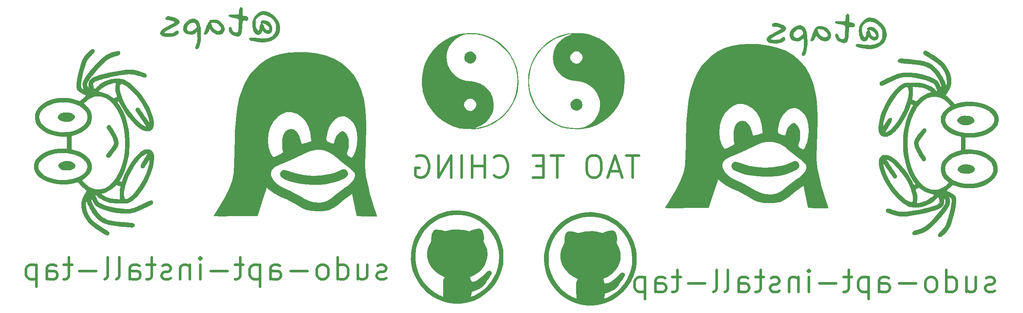
<source format=gbr>
%TF.GenerationSoftware,KiCad,Pcbnew,9.0.7*%
%TF.CreationDate,2026-02-10T15:30:13+05:30*%
%TF.ProjectId,Tao Te Ching,54616f20-5465-4204-9368-696e672e6b69,rev?*%
%TF.SameCoordinates,Original*%
%TF.FileFunction,Legend,Bot*%
%TF.FilePolarity,Positive*%
%FSLAX46Y46*%
G04 Gerber Fmt 4.6, Leading zero omitted, Abs format (unit mm)*
G04 Created by KiCad (PCBNEW 9.0.7) date 2026-02-10 15:30:13*
%MOMM*%
%LPD*%
G01*
G04 APERTURE LIST*
%ADD10C,0.625000*%
%ADD11C,0.000000*%
G04 APERTURE END LIST*
D10*
X255761435Y-121067500D02*
X255285244Y-121305595D01*
X255285244Y-121305595D02*
X254332863Y-121305595D01*
X254332863Y-121305595D02*
X253856673Y-121067500D01*
X253856673Y-121067500D02*
X253618577Y-120591309D01*
X253618577Y-120591309D02*
X253618577Y-120353214D01*
X253618577Y-120353214D02*
X253856673Y-119877023D01*
X253856673Y-119877023D02*
X254332863Y-119638928D01*
X254332863Y-119638928D02*
X255047149Y-119638928D01*
X255047149Y-119638928D02*
X255523339Y-119400833D01*
X255523339Y-119400833D02*
X255761435Y-118924642D01*
X255761435Y-118924642D02*
X255761435Y-118686547D01*
X255761435Y-118686547D02*
X255523339Y-118210357D01*
X255523339Y-118210357D02*
X255047149Y-117972261D01*
X255047149Y-117972261D02*
X254332863Y-117972261D01*
X254332863Y-117972261D02*
X253856673Y-118210357D01*
X249332863Y-117972261D02*
X249332863Y-121305595D01*
X251475720Y-117972261D02*
X251475720Y-120591309D01*
X251475720Y-120591309D02*
X251237625Y-121067500D01*
X251237625Y-121067500D02*
X250761435Y-121305595D01*
X250761435Y-121305595D02*
X250047149Y-121305595D01*
X250047149Y-121305595D02*
X249570958Y-121067500D01*
X249570958Y-121067500D02*
X249332863Y-120829404D01*
X244809053Y-121305595D02*
X244809053Y-116305595D01*
X244809053Y-121067500D02*
X245285244Y-121305595D01*
X245285244Y-121305595D02*
X246237625Y-121305595D01*
X246237625Y-121305595D02*
X246713815Y-121067500D01*
X246713815Y-121067500D02*
X246951910Y-120829404D01*
X246951910Y-120829404D02*
X247190006Y-120353214D01*
X247190006Y-120353214D02*
X247190006Y-118924642D01*
X247190006Y-118924642D02*
X246951910Y-118448452D01*
X246951910Y-118448452D02*
X246713815Y-118210357D01*
X246713815Y-118210357D02*
X246237625Y-117972261D01*
X246237625Y-117972261D02*
X245285244Y-117972261D01*
X245285244Y-117972261D02*
X244809053Y-118210357D01*
X241713815Y-121305595D02*
X242190005Y-121067500D01*
X242190005Y-121067500D02*
X242428100Y-120829404D01*
X242428100Y-120829404D02*
X242666196Y-120353214D01*
X242666196Y-120353214D02*
X242666196Y-118924642D01*
X242666196Y-118924642D02*
X242428100Y-118448452D01*
X242428100Y-118448452D02*
X242190005Y-118210357D01*
X242190005Y-118210357D02*
X241713815Y-117972261D01*
X241713815Y-117972261D02*
X240999529Y-117972261D01*
X240999529Y-117972261D02*
X240523338Y-118210357D01*
X240523338Y-118210357D02*
X240285243Y-118448452D01*
X240285243Y-118448452D02*
X240047148Y-118924642D01*
X240047148Y-118924642D02*
X240047148Y-120353214D01*
X240047148Y-120353214D02*
X240285243Y-120829404D01*
X240285243Y-120829404D02*
X240523338Y-121067500D01*
X240523338Y-121067500D02*
X240999529Y-121305595D01*
X240999529Y-121305595D02*
X241713815Y-121305595D01*
X237904290Y-119400833D02*
X234094767Y-119400833D01*
X229570957Y-121305595D02*
X229570957Y-118686547D01*
X229570957Y-118686547D02*
X229809052Y-118210357D01*
X229809052Y-118210357D02*
X230285243Y-117972261D01*
X230285243Y-117972261D02*
X231237624Y-117972261D01*
X231237624Y-117972261D02*
X231713814Y-118210357D01*
X229570957Y-121067500D02*
X230047148Y-121305595D01*
X230047148Y-121305595D02*
X231237624Y-121305595D01*
X231237624Y-121305595D02*
X231713814Y-121067500D01*
X231713814Y-121067500D02*
X231951910Y-120591309D01*
X231951910Y-120591309D02*
X231951910Y-120115119D01*
X231951910Y-120115119D02*
X231713814Y-119638928D01*
X231713814Y-119638928D02*
X231237624Y-119400833D01*
X231237624Y-119400833D02*
X230047148Y-119400833D01*
X230047148Y-119400833D02*
X229570957Y-119162738D01*
X227190004Y-117972261D02*
X227190004Y-122972261D01*
X227190004Y-118210357D02*
X226713814Y-117972261D01*
X226713814Y-117972261D02*
X225761433Y-117972261D01*
X225761433Y-117972261D02*
X225285242Y-118210357D01*
X225285242Y-118210357D02*
X225047147Y-118448452D01*
X225047147Y-118448452D02*
X224809052Y-118924642D01*
X224809052Y-118924642D02*
X224809052Y-120353214D01*
X224809052Y-120353214D02*
X225047147Y-120829404D01*
X225047147Y-120829404D02*
X225285242Y-121067500D01*
X225285242Y-121067500D02*
X225761433Y-121305595D01*
X225761433Y-121305595D02*
X226713814Y-121305595D01*
X226713814Y-121305595D02*
X227190004Y-121067500D01*
X223380480Y-117972261D02*
X221475718Y-117972261D01*
X222666194Y-116305595D02*
X222666194Y-120591309D01*
X222666194Y-120591309D02*
X222428099Y-121067500D01*
X222428099Y-121067500D02*
X221951909Y-121305595D01*
X221951909Y-121305595D02*
X221475718Y-121305595D01*
X219809051Y-119400833D02*
X215999528Y-119400833D01*
X213618575Y-121305595D02*
X213618575Y-117972261D01*
X213618575Y-116305595D02*
X213856671Y-116543690D01*
X213856671Y-116543690D02*
X213618575Y-116781785D01*
X213618575Y-116781785D02*
X213380480Y-116543690D01*
X213380480Y-116543690D02*
X213618575Y-116305595D01*
X213618575Y-116305595D02*
X213618575Y-116781785D01*
X211237623Y-117972261D02*
X211237623Y-121305595D01*
X211237623Y-118448452D02*
X210999528Y-118210357D01*
X210999528Y-118210357D02*
X210523338Y-117972261D01*
X210523338Y-117972261D02*
X209809052Y-117972261D01*
X209809052Y-117972261D02*
X209332861Y-118210357D01*
X209332861Y-118210357D02*
X209094766Y-118686547D01*
X209094766Y-118686547D02*
X209094766Y-121305595D01*
X206951909Y-121067500D02*
X206475718Y-121305595D01*
X206475718Y-121305595D02*
X205523337Y-121305595D01*
X205523337Y-121305595D02*
X205047147Y-121067500D01*
X205047147Y-121067500D02*
X204809051Y-120591309D01*
X204809051Y-120591309D02*
X204809051Y-120353214D01*
X204809051Y-120353214D02*
X205047147Y-119877023D01*
X205047147Y-119877023D02*
X205523337Y-119638928D01*
X205523337Y-119638928D02*
X206237623Y-119638928D01*
X206237623Y-119638928D02*
X206713813Y-119400833D01*
X206713813Y-119400833D02*
X206951909Y-118924642D01*
X206951909Y-118924642D02*
X206951909Y-118686547D01*
X206951909Y-118686547D02*
X206713813Y-118210357D01*
X206713813Y-118210357D02*
X206237623Y-117972261D01*
X206237623Y-117972261D02*
X205523337Y-117972261D01*
X205523337Y-117972261D02*
X205047147Y-118210357D01*
X203380480Y-117972261D02*
X201475718Y-117972261D01*
X202666194Y-116305595D02*
X202666194Y-120591309D01*
X202666194Y-120591309D02*
X202428099Y-121067500D01*
X202428099Y-121067500D02*
X201951909Y-121305595D01*
X201951909Y-121305595D02*
X201475718Y-121305595D01*
X197666194Y-121305595D02*
X197666194Y-118686547D01*
X197666194Y-118686547D02*
X197904289Y-118210357D01*
X197904289Y-118210357D02*
X198380480Y-117972261D01*
X198380480Y-117972261D02*
X199332861Y-117972261D01*
X199332861Y-117972261D02*
X199809051Y-118210357D01*
X197666194Y-121067500D02*
X198142385Y-121305595D01*
X198142385Y-121305595D02*
X199332861Y-121305595D01*
X199332861Y-121305595D02*
X199809051Y-121067500D01*
X199809051Y-121067500D02*
X200047147Y-120591309D01*
X200047147Y-120591309D02*
X200047147Y-120115119D01*
X200047147Y-120115119D02*
X199809051Y-119638928D01*
X199809051Y-119638928D02*
X199332861Y-119400833D01*
X199332861Y-119400833D02*
X198142385Y-119400833D01*
X198142385Y-119400833D02*
X197666194Y-119162738D01*
X194570956Y-121305595D02*
X195047146Y-121067500D01*
X195047146Y-121067500D02*
X195285241Y-120591309D01*
X195285241Y-120591309D02*
X195285241Y-116305595D01*
X191951908Y-121305595D02*
X192428098Y-121067500D01*
X192428098Y-121067500D02*
X192666193Y-120591309D01*
X192666193Y-120591309D02*
X192666193Y-116305595D01*
X190047145Y-119400833D02*
X186237622Y-119400833D01*
X184570955Y-117972261D02*
X182666193Y-117972261D01*
X183856669Y-116305595D02*
X183856669Y-120591309D01*
X183856669Y-120591309D02*
X183618574Y-121067500D01*
X183618574Y-121067500D02*
X183142384Y-121305595D01*
X183142384Y-121305595D02*
X182666193Y-121305595D01*
X178856669Y-121305595D02*
X178856669Y-118686547D01*
X178856669Y-118686547D02*
X179094764Y-118210357D01*
X179094764Y-118210357D02*
X179570955Y-117972261D01*
X179570955Y-117972261D02*
X180523336Y-117972261D01*
X180523336Y-117972261D02*
X180999526Y-118210357D01*
X178856669Y-121067500D02*
X179332860Y-121305595D01*
X179332860Y-121305595D02*
X180523336Y-121305595D01*
X180523336Y-121305595D02*
X180999526Y-121067500D01*
X180999526Y-121067500D02*
X181237622Y-120591309D01*
X181237622Y-120591309D02*
X181237622Y-120115119D01*
X181237622Y-120115119D02*
X180999526Y-119638928D01*
X180999526Y-119638928D02*
X180523336Y-119400833D01*
X180523336Y-119400833D02*
X179332860Y-119400833D01*
X179332860Y-119400833D02*
X178856669Y-119162738D01*
X176475716Y-117972261D02*
X176475716Y-122972261D01*
X176475716Y-118210357D02*
X175999526Y-117972261D01*
X175999526Y-117972261D02*
X175047145Y-117972261D01*
X175047145Y-117972261D02*
X174570954Y-118210357D01*
X174570954Y-118210357D02*
X174332859Y-118448452D01*
X174332859Y-118448452D02*
X174094764Y-118924642D01*
X174094764Y-118924642D02*
X174094764Y-120353214D01*
X174094764Y-120353214D02*
X174332859Y-120829404D01*
X174332859Y-120829404D02*
X174570954Y-121067500D01*
X174570954Y-121067500D02*
X175047145Y-121305595D01*
X175047145Y-121305595D02*
X175999526Y-121305595D01*
X175999526Y-121305595D02*
X176475716Y-121067500D01*
X117736435Y-118217500D02*
X117260244Y-118455595D01*
X117260244Y-118455595D02*
X116307863Y-118455595D01*
X116307863Y-118455595D02*
X115831673Y-118217500D01*
X115831673Y-118217500D02*
X115593577Y-117741309D01*
X115593577Y-117741309D02*
X115593577Y-117503214D01*
X115593577Y-117503214D02*
X115831673Y-117027023D01*
X115831673Y-117027023D02*
X116307863Y-116788928D01*
X116307863Y-116788928D02*
X117022149Y-116788928D01*
X117022149Y-116788928D02*
X117498339Y-116550833D01*
X117498339Y-116550833D02*
X117736435Y-116074642D01*
X117736435Y-116074642D02*
X117736435Y-115836547D01*
X117736435Y-115836547D02*
X117498339Y-115360357D01*
X117498339Y-115360357D02*
X117022149Y-115122261D01*
X117022149Y-115122261D02*
X116307863Y-115122261D01*
X116307863Y-115122261D02*
X115831673Y-115360357D01*
X111307863Y-115122261D02*
X111307863Y-118455595D01*
X113450720Y-115122261D02*
X113450720Y-117741309D01*
X113450720Y-117741309D02*
X113212625Y-118217500D01*
X113212625Y-118217500D02*
X112736435Y-118455595D01*
X112736435Y-118455595D02*
X112022149Y-118455595D01*
X112022149Y-118455595D02*
X111545958Y-118217500D01*
X111545958Y-118217500D02*
X111307863Y-117979404D01*
X106784053Y-118455595D02*
X106784053Y-113455595D01*
X106784053Y-118217500D02*
X107260244Y-118455595D01*
X107260244Y-118455595D02*
X108212625Y-118455595D01*
X108212625Y-118455595D02*
X108688815Y-118217500D01*
X108688815Y-118217500D02*
X108926910Y-117979404D01*
X108926910Y-117979404D02*
X109165006Y-117503214D01*
X109165006Y-117503214D02*
X109165006Y-116074642D01*
X109165006Y-116074642D02*
X108926910Y-115598452D01*
X108926910Y-115598452D02*
X108688815Y-115360357D01*
X108688815Y-115360357D02*
X108212625Y-115122261D01*
X108212625Y-115122261D02*
X107260244Y-115122261D01*
X107260244Y-115122261D02*
X106784053Y-115360357D01*
X103688815Y-118455595D02*
X104165005Y-118217500D01*
X104165005Y-118217500D02*
X104403100Y-117979404D01*
X104403100Y-117979404D02*
X104641196Y-117503214D01*
X104641196Y-117503214D02*
X104641196Y-116074642D01*
X104641196Y-116074642D02*
X104403100Y-115598452D01*
X104403100Y-115598452D02*
X104165005Y-115360357D01*
X104165005Y-115360357D02*
X103688815Y-115122261D01*
X103688815Y-115122261D02*
X102974529Y-115122261D01*
X102974529Y-115122261D02*
X102498338Y-115360357D01*
X102498338Y-115360357D02*
X102260243Y-115598452D01*
X102260243Y-115598452D02*
X102022148Y-116074642D01*
X102022148Y-116074642D02*
X102022148Y-117503214D01*
X102022148Y-117503214D02*
X102260243Y-117979404D01*
X102260243Y-117979404D02*
X102498338Y-118217500D01*
X102498338Y-118217500D02*
X102974529Y-118455595D01*
X102974529Y-118455595D02*
X103688815Y-118455595D01*
X99879290Y-116550833D02*
X96069767Y-116550833D01*
X91545957Y-118455595D02*
X91545957Y-115836547D01*
X91545957Y-115836547D02*
X91784052Y-115360357D01*
X91784052Y-115360357D02*
X92260243Y-115122261D01*
X92260243Y-115122261D02*
X93212624Y-115122261D01*
X93212624Y-115122261D02*
X93688814Y-115360357D01*
X91545957Y-118217500D02*
X92022148Y-118455595D01*
X92022148Y-118455595D02*
X93212624Y-118455595D01*
X93212624Y-118455595D02*
X93688814Y-118217500D01*
X93688814Y-118217500D02*
X93926910Y-117741309D01*
X93926910Y-117741309D02*
X93926910Y-117265119D01*
X93926910Y-117265119D02*
X93688814Y-116788928D01*
X93688814Y-116788928D02*
X93212624Y-116550833D01*
X93212624Y-116550833D02*
X92022148Y-116550833D01*
X92022148Y-116550833D02*
X91545957Y-116312738D01*
X89165004Y-115122261D02*
X89165004Y-120122261D01*
X89165004Y-115360357D02*
X88688814Y-115122261D01*
X88688814Y-115122261D02*
X87736433Y-115122261D01*
X87736433Y-115122261D02*
X87260242Y-115360357D01*
X87260242Y-115360357D02*
X87022147Y-115598452D01*
X87022147Y-115598452D02*
X86784052Y-116074642D01*
X86784052Y-116074642D02*
X86784052Y-117503214D01*
X86784052Y-117503214D02*
X87022147Y-117979404D01*
X87022147Y-117979404D02*
X87260242Y-118217500D01*
X87260242Y-118217500D02*
X87736433Y-118455595D01*
X87736433Y-118455595D02*
X88688814Y-118455595D01*
X88688814Y-118455595D02*
X89165004Y-118217500D01*
X85355480Y-115122261D02*
X83450718Y-115122261D01*
X84641194Y-113455595D02*
X84641194Y-117741309D01*
X84641194Y-117741309D02*
X84403099Y-118217500D01*
X84403099Y-118217500D02*
X83926909Y-118455595D01*
X83926909Y-118455595D02*
X83450718Y-118455595D01*
X81784051Y-116550833D02*
X77974528Y-116550833D01*
X75593575Y-118455595D02*
X75593575Y-115122261D01*
X75593575Y-113455595D02*
X75831671Y-113693690D01*
X75831671Y-113693690D02*
X75593575Y-113931785D01*
X75593575Y-113931785D02*
X75355480Y-113693690D01*
X75355480Y-113693690D02*
X75593575Y-113455595D01*
X75593575Y-113455595D02*
X75593575Y-113931785D01*
X73212623Y-115122261D02*
X73212623Y-118455595D01*
X73212623Y-115598452D02*
X72974528Y-115360357D01*
X72974528Y-115360357D02*
X72498338Y-115122261D01*
X72498338Y-115122261D02*
X71784052Y-115122261D01*
X71784052Y-115122261D02*
X71307861Y-115360357D01*
X71307861Y-115360357D02*
X71069766Y-115836547D01*
X71069766Y-115836547D02*
X71069766Y-118455595D01*
X68926909Y-118217500D02*
X68450718Y-118455595D01*
X68450718Y-118455595D02*
X67498337Y-118455595D01*
X67498337Y-118455595D02*
X67022147Y-118217500D01*
X67022147Y-118217500D02*
X66784051Y-117741309D01*
X66784051Y-117741309D02*
X66784051Y-117503214D01*
X66784051Y-117503214D02*
X67022147Y-117027023D01*
X67022147Y-117027023D02*
X67498337Y-116788928D01*
X67498337Y-116788928D02*
X68212623Y-116788928D01*
X68212623Y-116788928D02*
X68688813Y-116550833D01*
X68688813Y-116550833D02*
X68926909Y-116074642D01*
X68926909Y-116074642D02*
X68926909Y-115836547D01*
X68926909Y-115836547D02*
X68688813Y-115360357D01*
X68688813Y-115360357D02*
X68212623Y-115122261D01*
X68212623Y-115122261D02*
X67498337Y-115122261D01*
X67498337Y-115122261D02*
X67022147Y-115360357D01*
X65355480Y-115122261D02*
X63450718Y-115122261D01*
X64641194Y-113455595D02*
X64641194Y-117741309D01*
X64641194Y-117741309D02*
X64403099Y-118217500D01*
X64403099Y-118217500D02*
X63926909Y-118455595D01*
X63926909Y-118455595D02*
X63450718Y-118455595D01*
X59641194Y-118455595D02*
X59641194Y-115836547D01*
X59641194Y-115836547D02*
X59879289Y-115360357D01*
X59879289Y-115360357D02*
X60355480Y-115122261D01*
X60355480Y-115122261D02*
X61307861Y-115122261D01*
X61307861Y-115122261D02*
X61784051Y-115360357D01*
X59641194Y-118217500D02*
X60117385Y-118455595D01*
X60117385Y-118455595D02*
X61307861Y-118455595D01*
X61307861Y-118455595D02*
X61784051Y-118217500D01*
X61784051Y-118217500D02*
X62022147Y-117741309D01*
X62022147Y-117741309D02*
X62022147Y-117265119D01*
X62022147Y-117265119D02*
X61784051Y-116788928D01*
X61784051Y-116788928D02*
X61307861Y-116550833D01*
X61307861Y-116550833D02*
X60117385Y-116550833D01*
X60117385Y-116550833D02*
X59641194Y-116312738D01*
X56545956Y-118455595D02*
X57022146Y-118217500D01*
X57022146Y-118217500D02*
X57260241Y-117741309D01*
X57260241Y-117741309D02*
X57260241Y-113455595D01*
X53926908Y-118455595D02*
X54403098Y-118217500D01*
X54403098Y-118217500D02*
X54641193Y-117741309D01*
X54641193Y-117741309D02*
X54641193Y-113455595D01*
X52022145Y-116550833D02*
X48212622Y-116550833D01*
X46545955Y-115122261D02*
X44641193Y-115122261D01*
X45831669Y-113455595D02*
X45831669Y-117741309D01*
X45831669Y-117741309D02*
X45593574Y-118217500D01*
X45593574Y-118217500D02*
X45117384Y-118455595D01*
X45117384Y-118455595D02*
X44641193Y-118455595D01*
X40831669Y-118455595D02*
X40831669Y-115836547D01*
X40831669Y-115836547D02*
X41069764Y-115360357D01*
X41069764Y-115360357D02*
X41545955Y-115122261D01*
X41545955Y-115122261D02*
X42498336Y-115122261D01*
X42498336Y-115122261D02*
X42974526Y-115360357D01*
X40831669Y-118217500D02*
X41307860Y-118455595D01*
X41307860Y-118455595D02*
X42498336Y-118455595D01*
X42498336Y-118455595D02*
X42974526Y-118217500D01*
X42974526Y-118217500D02*
X43212622Y-117741309D01*
X43212622Y-117741309D02*
X43212622Y-117265119D01*
X43212622Y-117265119D02*
X42974526Y-116788928D01*
X42974526Y-116788928D02*
X42498336Y-116550833D01*
X42498336Y-116550833D02*
X41307860Y-116550833D01*
X41307860Y-116550833D02*
X40831669Y-116312738D01*
X38450716Y-115122261D02*
X38450716Y-120122261D01*
X38450716Y-115360357D02*
X37974526Y-115122261D01*
X37974526Y-115122261D02*
X37022145Y-115122261D01*
X37022145Y-115122261D02*
X36545954Y-115360357D01*
X36545954Y-115360357D02*
X36307859Y-115598452D01*
X36307859Y-115598452D02*
X36069764Y-116074642D01*
X36069764Y-116074642D02*
X36069764Y-117503214D01*
X36069764Y-117503214D02*
X36307859Y-117979404D01*
X36307859Y-117979404D02*
X36545954Y-118217500D01*
X36545954Y-118217500D02*
X37022145Y-118455595D01*
X37022145Y-118455595D02*
X37974526Y-118455595D01*
X37974526Y-118455595D02*
X38450716Y-118217500D01*
X175112625Y-90305595D02*
X172255482Y-90305595D01*
X173684054Y-95305595D02*
X173684054Y-90305595D01*
X170826911Y-93877023D02*
X168445958Y-93877023D01*
X171303101Y-95305595D02*
X169636434Y-90305595D01*
X169636434Y-90305595D02*
X167969768Y-95305595D01*
X165350720Y-90305595D02*
X164398339Y-90305595D01*
X164398339Y-90305595D02*
X163922149Y-90543690D01*
X163922149Y-90543690D02*
X163445958Y-91019880D01*
X163445958Y-91019880D02*
X163207863Y-91972261D01*
X163207863Y-91972261D02*
X163207863Y-93638928D01*
X163207863Y-93638928D02*
X163445958Y-94591309D01*
X163445958Y-94591309D02*
X163922149Y-95067500D01*
X163922149Y-95067500D02*
X164398339Y-95305595D01*
X164398339Y-95305595D02*
X165350720Y-95305595D01*
X165350720Y-95305595D02*
X165826911Y-95067500D01*
X165826911Y-95067500D02*
X166303101Y-94591309D01*
X166303101Y-94591309D02*
X166541197Y-93638928D01*
X166541197Y-93638928D02*
X166541197Y-91972261D01*
X166541197Y-91972261D02*
X166303101Y-91019880D01*
X166303101Y-91019880D02*
X165826911Y-90543690D01*
X165826911Y-90543690D02*
X165350720Y-90305595D01*
X157969768Y-90305595D02*
X155112625Y-90305595D01*
X156541197Y-95305595D02*
X156541197Y-90305595D01*
X153445958Y-92686547D02*
X151779292Y-92686547D01*
X151065006Y-95305595D02*
X153445958Y-95305595D01*
X153445958Y-95305595D02*
X153445958Y-90305595D01*
X153445958Y-90305595D02*
X151065006Y-90305595D01*
X142255481Y-94829404D02*
X142493577Y-95067500D01*
X142493577Y-95067500D02*
X143207862Y-95305595D01*
X143207862Y-95305595D02*
X143684053Y-95305595D01*
X143684053Y-95305595D02*
X144398339Y-95067500D01*
X144398339Y-95067500D02*
X144874529Y-94591309D01*
X144874529Y-94591309D02*
X145112624Y-94115119D01*
X145112624Y-94115119D02*
X145350720Y-93162738D01*
X145350720Y-93162738D02*
X145350720Y-92448452D01*
X145350720Y-92448452D02*
X145112624Y-91496071D01*
X145112624Y-91496071D02*
X144874529Y-91019880D01*
X144874529Y-91019880D02*
X144398339Y-90543690D01*
X144398339Y-90543690D02*
X143684053Y-90305595D01*
X143684053Y-90305595D02*
X143207862Y-90305595D01*
X143207862Y-90305595D02*
X142493577Y-90543690D01*
X142493577Y-90543690D02*
X142255481Y-90781785D01*
X140112624Y-95305595D02*
X140112624Y-90305595D01*
X140112624Y-92686547D02*
X137255481Y-92686547D01*
X137255481Y-95305595D02*
X137255481Y-90305595D01*
X134874529Y-95305595D02*
X134874529Y-90305595D01*
X132493577Y-95305595D02*
X132493577Y-90305595D01*
X132493577Y-90305595D02*
X129636434Y-95305595D01*
X129636434Y-95305595D02*
X129636434Y-90305595D01*
X124636435Y-90543690D02*
X125112625Y-90305595D01*
X125112625Y-90305595D02*
X125826911Y-90305595D01*
X125826911Y-90305595D02*
X126541197Y-90543690D01*
X126541197Y-90543690D02*
X127017387Y-91019880D01*
X127017387Y-91019880D02*
X127255482Y-91496071D01*
X127255482Y-91496071D02*
X127493578Y-92448452D01*
X127493578Y-92448452D02*
X127493578Y-93162738D01*
X127493578Y-93162738D02*
X127255482Y-94115119D01*
X127255482Y-94115119D02*
X127017387Y-94591309D01*
X127017387Y-94591309D02*
X126541197Y-95067500D01*
X126541197Y-95067500D02*
X125826911Y-95305595D01*
X125826911Y-95305595D02*
X125350720Y-95305595D01*
X125350720Y-95305595D02*
X124636435Y-95067500D01*
X124636435Y-95067500D02*
X124398339Y-94829404D01*
X124398339Y-94829404D02*
X124398339Y-93162738D01*
X124398339Y-93162738D02*
X125350720Y-93162738D01*
D11*
%TO.C,G\u002A\u002A\u002A*%
G36*
X108641439Y-93588875D02*
G01*
X109022024Y-93969413D01*
X109169552Y-94560193D01*
X109164487Y-94678747D01*
X109008998Y-95091438D01*
X108575667Y-95446968D01*
X108466241Y-95512231D01*
X107394963Y-96022785D01*
X106079286Y-96469398D01*
X104626438Y-96814928D01*
X103967416Y-96913479D01*
X102635008Y-97009127D01*
X101150898Y-97016881D01*
X99642018Y-96941080D01*
X98235299Y-96786065D01*
X97057675Y-96556174D01*
X96003870Y-96256109D01*
X94930768Y-95861382D01*
X94198118Y-95455758D01*
X93791775Y-95028059D01*
X93697597Y-94567106D01*
X93901439Y-94061721D01*
X93990960Y-93937575D01*
X94228368Y-93735495D01*
X94554718Y-93660844D01*
X95031816Y-93717611D01*
X95721467Y-93909783D01*
X96685480Y-94241348D01*
X97647662Y-94529848D01*
X99334393Y-94836206D01*
X101154154Y-94960573D01*
X102988655Y-94890761D01*
X103944266Y-94769864D01*
X105054500Y-94560051D01*
X106065648Y-94299341D01*
X106889083Y-94011092D01*
X107436181Y-93718659D01*
X107553078Y-93639115D01*
X108120791Y-93463726D01*
X108641439Y-93588875D01*
G37*
G36*
X113218436Y-87279604D02*
G01*
X113120167Y-89778106D01*
X113097246Y-90313625D01*
X113051638Y-91805137D01*
X113048570Y-93001082D01*
X113088583Y-93952872D01*
X113172219Y-94711919D01*
X113185432Y-94795502D01*
X113229886Y-95030148D01*
X113424794Y-96058952D01*
X113764932Y-97542654D01*
X114176949Y-99134503D01*
X114631944Y-100722396D01*
X115101019Y-102194226D01*
X115324346Y-102856613D01*
X115543792Y-103515811D01*
X115692950Y-103973952D01*
X115747969Y-104158615D01*
X115674277Y-104184019D01*
X115312757Y-104209865D01*
X114724343Y-104221200D01*
X113992682Y-104219586D01*
X113201423Y-104206586D01*
X112434215Y-104183763D01*
X111774707Y-104152682D01*
X111306546Y-104114906D01*
X111113382Y-104071997D01*
X111083912Y-103989916D01*
X110982415Y-103583450D01*
X110829123Y-102886462D01*
X110633513Y-101944039D01*
X110405059Y-100801268D01*
X110153238Y-99503238D01*
X110073525Y-99086644D01*
X109301754Y-99621073D01*
X109283829Y-99633539D01*
X108745232Y-100035979D01*
X108082038Y-100568468D01*
X107433581Y-101119268D01*
X107428739Y-101123520D01*
X106739583Y-101672299D01*
X105986671Y-102186265D01*
X105332142Y-102554670D01*
X104900800Y-102743593D01*
X104439496Y-102891560D01*
X103924276Y-102977057D01*
X103251376Y-103016287D01*
X102317034Y-103025451D01*
X102072033Y-103024383D01*
X101141457Y-102990446D01*
X100350152Y-102887364D01*
X99610987Y-102686200D01*
X98836831Y-102358018D01*
X97940552Y-101873880D01*
X96835019Y-101204851D01*
X96779817Y-101170709D01*
X96016974Y-100730911D01*
X95235899Y-100327956D01*
X94597463Y-100045217D01*
X93663402Y-99641589D01*
X92410966Y-98944146D01*
X91372325Y-98176312D01*
X90766599Y-97644478D01*
X89689299Y-100883594D01*
X88611998Y-104122710D01*
X83632501Y-104171331D01*
X83543905Y-104172183D01*
X82244711Y-104181771D01*
X81076655Y-104185121D01*
X80086597Y-104182512D01*
X79321397Y-104174224D01*
X78827913Y-104160535D01*
X78653005Y-104141723D01*
X78653286Y-104139581D01*
X78755167Y-103949585D01*
X79014547Y-103517369D01*
X79393547Y-102904963D01*
X79854292Y-102174398D01*
X81091287Y-100084096D01*
X82122022Y-98006968D01*
X82863532Y-96082423D01*
X82876325Y-96042469D01*
X82987233Y-95670156D01*
X83077520Y-95291058D01*
X83150498Y-94860344D01*
X83209479Y-94333186D01*
X83216791Y-94231983D01*
X91669073Y-94231983D01*
X91712268Y-94940434D01*
X92096410Y-95717945D01*
X92302914Y-96010302D01*
X92723700Y-96513579D01*
X93209056Y-96943070D01*
X93828941Y-97347785D01*
X94653319Y-97776734D01*
X95752148Y-98278927D01*
X95809717Y-98304532D01*
X96638652Y-98706207D01*
X97566048Y-99201173D01*
X98401788Y-99688304D01*
X98536821Y-99770350D01*
X99323071Y-100203397D01*
X100111989Y-100576925D01*
X100751279Y-100817727D01*
X101438267Y-100982888D01*
X102797350Y-101074940D01*
X104039996Y-100822232D01*
X105162324Y-100225287D01*
X105176845Y-100214738D01*
X105668375Y-99842406D01*
X106301135Y-99343678D01*
X106941984Y-98823430D01*
X107604548Y-98294351D01*
X108370313Y-97713569D01*
X109031543Y-97240924D01*
X109217895Y-97108948D01*
X109975419Y-96432190D01*
X110488960Y-95720618D01*
X110726368Y-95030148D01*
X110655490Y-94416693D01*
X110654687Y-94414808D01*
X110393891Y-94041987D01*
X109927575Y-93572133D01*
X109356144Y-93106490D01*
X109060736Y-92886544D01*
X108344636Y-92331064D01*
X107541330Y-91686627D01*
X106775327Y-91052334D01*
X105802648Y-90282138D01*
X104822022Y-89658027D01*
X103904888Y-89275485D01*
X102973864Y-89103361D01*
X101951566Y-89110505D01*
X101748054Y-89128430D01*
X101201164Y-89205216D01*
X100665666Y-89340669D01*
X100058496Y-89563865D01*
X99296592Y-89903881D01*
X98296890Y-90389791D01*
X98201857Y-90436771D01*
X97168685Y-90931262D01*
X96095762Y-91419939D01*
X95104505Y-91848700D01*
X94316334Y-92163445D01*
X93636204Y-92439279D01*
X92625938Y-92989577D01*
X91971929Y-93584421D01*
X91669073Y-94231983D01*
X83216791Y-94231983D01*
X83257776Y-93664754D01*
X83298701Y-92810219D01*
X83335567Y-91724752D01*
X83371686Y-90363523D01*
X83410371Y-88681703D01*
X83445834Y-87273786D01*
X83458594Y-86921876D01*
X90985381Y-86921876D01*
X91145410Y-88422404D01*
X91605759Y-89863775D01*
X91746339Y-90147532D01*
X92005175Y-90532000D01*
X92210715Y-90675852D01*
X92393035Y-90646602D01*
X92870509Y-90492736D01*
X93409580Y-90255314D01*
X93908932Y-89986306D01*
X94267248Y-89737686D01*
X94383213Y-89561427D01*
X94379875Y-89549934D01*
X94330770Y-89233274D01*
X94275578Y-88673953D01*
X94225623Y-87985228D01*
X94217806Y-87832120D01*
X94271314Y-86651249D01*
X94522897Y-85671627D01*
X94952524Y-84929417D01*
X95540161Y-84460787D01*
X96265778Y-84301903D01*
X96966569Y-84480764D01*
X97579943Y-84981062D01*
X98066828Y-85763195D01*
X98393365Y-86787605D01*
X98438345Y-86996492D01*
X98573700Y-87477505D01*
X98716934Y-87682352D01*
X98906533Y-87677794D01*
X99005232Y-87642590D01*
X99450094Y-87504014D01*
X100009505Y-87346318D01*
X100808451Y-87132090D01*
X100763899Y-86654994D01*
X104237438Y-86654994D01*
X104340547Y-87008118D01*
X104480152Y-87132090D01*
X104611007Y-87248292D01*
X105066001Y-87448718D01*
X105480234Y-87588195D01*
X105824346Y-87640515D01*
X105958801Y-87533818D01*
X105978821Y-87461831D01*
X106085461Y-87072918D01*
X106228242Y-86548048D01*
X106483928Y-85966121D01*
X106909650Y-85407250D01*
X107403596Y-85001124D01*
X107872582Y-84844293D01*
X108013403Y-84867891D01*
X108433268Y-85128303D01*
X108845908Y-85598589D01*
X109157379Y-86181009D01*
X109298117Y-86795263D01*
X109343767Y-87672598D01*
X109272623Y-88589451D01*
X109088172Y-89384332D01*
X108984379Y-89687196D01*
X108917655Y-90030625D01*
X109026849Y-90255052D01*
X109344798Y-90503710D01*
X109614788Y-90691691D01*
X109918067Y-90841682D01*
X110120971Y-90766344D01*
X110346152Y-90460367D01*
X110523840Y-90155554D01*
X110928991Y-89107397D01*
X111182471Y-87870894D01*
X111274028Y-86556963D01*
X111193409Y-85276523D01*
X110930360Y-84140494D01*
X110853032Y-83936368D01*
X110385425Y-83066507D01*
X109769527Y-82309945D01*
X109081858Y-81747688D01*
X108398941Y-81460741D01*
X107901125Y-81429618D01*
X107055893Y-81642762D01*
X106252529Y-82157317D01*
X105533392Y-82933448D01*
X104940843Y-83931322D01*
X104517239Y-85111103D01*
X104464535Y-85317101D01*
X104284495Y-86115722D01*
X104237438Y-86654994D01*
X100763899Y-86654994D01*
X100704772Y-86021814D01*
X100580185Y-85167102D01*
X100154977Y-83760057D01*
X99493965Y-82548106D01*
X98625045Y-81576987D01*
X97576116Y-80892437D01*
X97429927Y-80826828D01*
X96290317Y-80497813D01*
X95203084Y-80524862D01*
X94150007Y-80911106D01*
X93112864Y-81659677D01*
X93102089Y-81669391D01*
X92184026Y-82735950D01*
X91517008Y-84011590D01*
X91113353Y-85429252D01*
X90985381Y-86921876D01*
X83458594Y-86921876D01*
X83528350Y-84998021D01*
X83641165Y-83017981D01*
X83791679Y-81289138D01*
X83987293Y-79766961D01*
X84235409Y-78406920D01*
X84543428Y-77164486D01*
X84918752Y-75995130D01*
X85368781Y-74854321D01*
X85900918Y-73697531D01*
X85964666Y-73567705D01*
X86430703Y-72688449D01*
X86900765Y-71968770D01*
X87468671Y-71279412D01*
X88228237Y-70491122D01*
X89174756Y-69624827D01*
X90611156Y-68589609D01*
X92152134Y-67816628D01*
X93850578Y-67286168D01*
X95759377Y-66978513D01*
X97931422Y-66873946D01*
X99672508Y-66918104D01*
X102053758Y-67180048D01*
X104182629Y-67682540D01*
X106078185Y-68432023D01*
X107759490Y-69434940D01*
X109245608Y-70697733D01*
X109346009Y-70799275D01*
X110552839Y-72249203D01*
X111513066Y-73894509D01*
X112264433Y-75798969D01*
X112459983Y-76445948D01*
X112741167Y-77572387D01*
X112960486Y-78769734D01*
X113120491Y-80079690D01*
X113223736Y-81543955D01*
X113272773Y-83204229D01*
X113270156Y-85102212D01*
X113235601Y-86556963D01*
X113218436Y-87279604D01*
G37*
G36*
X174597380Y-113896141D02*
G01*
X174594737Y-114386348D01*
X174586871Y-114841606D01*
X174569948Y-115200417D01*
X174539840Y-115502247D01*
X174492418Y-115786559D01*
X174423556Y-116092816D01*
X174329123Y-116460482D01*
X174314734Y-116514470D01*
X173884167Y-117798518D01*
X173306223Y-119008444D01*
X172588167Y-120131091D01*
X171737269Y-121153297D01*
X171281846Y-121607856D01*
X170262278Y-122457356D01*
X169160308Y-123166764D01*
X167988613Y-123729519D01*
X166759871Y-124139057D01*
X165486761Y-124388817D01*
X164726443Y-124457903D01*
X163432737Y-124444951D01*
X162145803Y-124273227D01*
X160891792Y-123946880D01*
X159696856Y-123470061D01*
X159190039Y-123215936D01*
X158296793Y-122686302D01*
X157484080Y-122078943D01*
X156693628Y-121352777D01*
X156660908Y-121319897D01*
X155783679Y-120318136D01*
X155049579Y-119234306D01*
X154461515Y-118080983D01*
X154022396Y-116870745D01*
X153735129Y-115616165D01*
X153602621Y-114329822D01*
X153612850Y-113799004D01*
X154663479Y-113799004D01*
X154676476Y-114485449D01*
X154720860Y-115116823D01*
X154796580Y-115637454D01*
X154887966Y-116042922D01*
X155270305Y-117262499D01*
X155793232Y-118405646D01*
X156447788Y-119460873D01*
X157225016Y-120416690D01*
X158115961Y-121261609D01*
X159111664Y-121984139D01*
X160203169Y-122572792D01*
X160314070Y-122622830D01*
X160606071Y-122749478D01*
X160826559Y-122837696D01*
X160934607Y-122870807D01*
X160952631Y-122859894D01*
X160973181Y-122736040D01*
X160951083Y-122510974D01*
X160934936Y-122361221D01*
X160917048Y-122049293D01*
X160902835Y-121632434D01*
X160893457Y-121146448D01*
X160890073Y-120627141D01*
X160890925Y-120144268D01*
X160895759Y-119720063D01*
X160907563Y-119412158D01*
X160929314Y-119192123D01*
X160963988Y-119031532D01*
X161014563Y-118901957D01*
X161084014Y-118774970D01*
X161140586Y-118676533D01*
X161229433Y-118504879D01*
X161253347Y-118428836D01*
X161206818Y-118404489D01*
X161042518Y-118325013D01*
X160805406Y-118213244D01*
X160257899Y-117925466D01*
X159486339Y-117400731D01*
X158803812Y-116789189D01*
X158236946Y-116115816D01*
X157812369Y-115405593D01*
X157557266Y-114808471D01*
X157387266Y-114217134D01*
X157312918Y-113613905D01*
X157320840Y-112931426D01*
X157410698Y-112195971D01*
X157632333Y-111419936D01*
X157985819Y-110721141D01*
X158030502Y-110649186D01*
X158169785Y-110382485D01*
X158229648Y-110139050D01*
X158234339Y-109832141D01*
X158242452Y-109520914D01*
X158283631Y-109120762D01*
X158349043Y-108731474D01*
X158440248Y-108384239D01*
X158625793Y-107981186D01*
X158875071Y-107720829D01*
X159196740Y-107591528D01*
X159323093Y-107582823D01*
X159607136Y-107598765D01*
X159963847Y-107641843D01*
X160344936Y-107703890D01*
X160702115Y-107776737D01*
X160987094Y-107852217D01*
X161151585Y-107922163D01*
X161187605Y-107944754D01*
X161317169Y-107975870D01*
X161518319Y-107953667D01*
X161834567Y-107875150D01*
X161930042Y-107848831D01*
X162298981Y-107752747D01*
X162613854Y-107685789D01*
X162930490Y-107639361D01*
X163304719Y-107604868D01*
X163792369Y-107573713D01*
X164341625Y-107559873D01*
X165386156Y-107642846D01*
X166410365Y-107877124D01*
X166480777Y-107898377D01*
X166734101Y-107968675D01*
X166892168Y-107987210D01*
X167009778Y-107953109D01*
X167141729Y-107865502D01*
X167239628Y-107807744D01*
X167528140Y-107689932D01*
X167904568Y-107574400D01*
X168316052Y-107474779D01*
X168709731Y-107404704D01*
X169032744Y-107377807D01*
X169305926Y-107409287D01*
X169615976Y-107566198D01*
X169853251Y-107864053D01*
X170028698Y-108313136D01*
X170105106Y-108612241D01*
X170198569Y-109164361D01*
X170204511Y-109612197D01*
X170121804Y-109936103D01*
X170077103Y-110034321D01*
X170053115Y-110153444D01*
X170081327Y-110293644D01*
X170172106Y-110497038D01*
X170335814Y-110805745D01*
X170343090Y-110819177D01*
X170617638Y-111371918D01*
X170801485Y-111867828D01*
X170915166Y-112375820D01*
X170979218Y-112964807D01*
X170989238Y-113236794D01*
X170919065Y-114059700D01*
X170709967Y-114876646D01*
X170374291Y-115633156D01*
X170305353Y-115750213D01*
X170039145Y-116136132D01*
X169712726Y-116541652D01*
X169362897Y-116925551D01*
X169026456Y-117246609D01*
X168740201Y-117463605D01*
X168658919Y-117513682D01*
X168476000Y-117632254D01*
X168383073Y-117701671D01*
X168273941Y-117784583D01*
X168044375Y-117920308D01*
X167745884Y-118076636D01*
X167424148Y-118228473D01*
X167254599Y-118305109D01*
X167114097Y-118393748D01*
X167069072Y-118504637D01*
X167106667Y-118683519D01*
X167214027Y-118976141D01*
X167236500Y-119035731D01*
X167328169Y-119261717D01*
X167419257Y-119389321D01*
X167551754Y-119436731D01*
X167767651Y-119422130D01*
X168108939Y-119363703D01*
X168171503Y-119349790D01*
X168507572Y-119212282D01*
X168908814Y-118968286D01*
X169342804Y-118639496D01*
X169777114Y-118247607D01*
X169920473Y-118115067D01*
X170090078Y-117982856D01*
X170185574Y-117941072D01*
X170208055Y-117944303D01*
X170210632Y-117887165D01*
X170201327Y-117864275D01*
X170239201Y-117755329D01*
X170349292Y-117675687D01*
X170457604Y-117685708D01*
X170483892Y-117703574D01*
X170469989Y-117649121D01*
X170469765Y-117578175D01*
X170570587Y-117431731D01*
X170756283Y-117264428D01*
X170985840Y-117106943D01*
X171218244Y-116989954D01*
X171412481Y-116944141D01*
X171585346Y-116974540D01*
X171806815Y-117114804D01*
X171942938Y-117326686D01*
X171952497Y-117562952D01*
X171906910Y-117674560D01*
X171785278Y-117904722D01*
X171615357Y-118193216D01*
X171419299Y-118505875D01*
X171219255Y-118808532D01*
X171037377Y-119067017D01*
X170895817Y-119247165D01*
X170816726Y-119314807D01*
X170788328Y-119318116D01*
X170778301Y-119367590D01*
X170785728Y-119393076D01*
X170728146Y-119532672D01*
X170573202Y-119762060D01*
X170336609Y-120059381D01*
X170034082Y-120402777D01*
X169914394Y-120527192D01*
X169601556Y-120797117D01*
X169235880Y-121029130D01*
X168779317Y-121245241D01*
X168193820Y-121467464D01*
X167409406Y-121742826D01*
X167355242Y-122179093D01*
X167333767Y-122335911D01*
X167290462Y-122588285D01*
X167252066Y-122743084D01*
X167238878Y-122785849D01*
X167254768Y-122850641D01*
X167353231Y-122851967D01*
X167550522Y-122784941D01*
X167862898Y-122644683D01*
X168306614Y-122426307D01*
X169196872Y-121925589D01*
X170174743Y-121220271D01*
X171036970Y-120403932D01*
X171800634Y-119462078D01*
X172394072Y-118521675D01*
X172926175Y-117396825D01*
X173305458Y-116228667D01*
X173532060Y-115032019D01*
X173606121Y-113821699D01*
X173527781Y-112612526D01*
X173297180Y-111419317D01*
X172914458Y-110256890D01*
X172379755Y-109140063D01*
X171693210Y-108083654D01*
X171008245Y-107261457D01*
X170153966Y-106458192D01*
X169190605Y-105766777D01*
X168097760Y-105170682D01*
X167325759Y-104844086D01*
X166139721Y-104490722D01*
X164930434Y-104301108D01*
X163709772Y-104275229D01*
X162489609Y-104413072D01*
X161281821Y-104714624D01*
X160098281Y-105179870D01*
X159769208Y-105342178D01*
X158713427Y-105982097D01*
X157755146Y-106751463D01*
X156904855Y-107636663D01*
X156173045Y-108624085D01*
X155570206Y-109700114D01*
X155106829Y-110851140D01*
X154793405Y-112063548D01*
X154731842Y-112483600D01*
X154681918Y-113113163D01*
X154663479Y-113799004D01*
X153612850Y-113799004D01*
X153627779Y-113024291D01*
X153813513Y-111712147D01*
X154162729Y-110405968D01*
X154489123Y-109555904D01*
X155078364Y-108409440D01*
X155803716Y-107344862D01*
X156652178Y-106374899D01*
X157610747Y-105512281D01*
X158666421Y-104769737D01*
X159806197Y-104159994D01*
X161017073Y-103695782D01*
X161836166Y-103478701D01*
X163092810Y-103283525D01*
X164365002Y-103242098D01*
X165632906Y-103351139D01*
X166876690Y-103607364D01*
X168076519Y-104007492D01*
X169212560Y-104548240D01*
X170264979Y-105226324D01*
X170983240Y-105802831D01*
X171934769Y-106735069D01*
X172746221Y-107758927D01*
X173421269Y-108879952D01*
X173963586Y-110103692D01*
X174376847Y-111435696D01*
X174423399Y-111623798D01*
X174492707Y-111933715D01*
X174541270Y-112219600D01*
X174572553Y-112520118D01*
X174590022Y-112873937D01*
X174597142Y-113319723D01*
X174597349Y-113821699D01*
X174597380Y-113896141D01*
G37*
G36*
X137052553Y-66749160D02*
G01*
X137441051Y-66902256D01*
X137854440Y-67190784D01*
X138161469Y-67647975D01*
X138247680Y-68167059D01*
X138105599Y-68689284D01*
X137727751Y-69155899D01*
X137556113Y-69284036D01*
X137025865Y-69491009D01*
X136488468Y-69432090D01*
X135964064Y-69107828D01*
X135706202Y-68844180D01*
X135560172Y-68541503D01*
X135525172Y-68114001D01*
X135525995Y-68048941D01*
X135635511Y-67481120D01*
X135946334Y-67078127D01*
X136482963Y-66806521D01*
X136730229Y-66740766D01*
X137052553Y-66749160D01*
G37*
G36*
X147811143Y-73805702D02*
G01*
X147759646Y-74848208D01*
X147626664Y-75740509D01*
X147206466Y-77195045D01*
X146511844Y-78734230D01*
X145586467Y-80137720D01*
X144425120Y-81414756D01*
X143600069Y-82132837D01*
X142252506Y-83045603D01*
X140783396Y-83736683D01*
X139153743Y-84226880D01*
X138609514Y-84314506D01*
X137700722Y-84370868D01*
X136533108Y-84368704D01*
X136217708Y-84360396D01*
X135511027Y-84331195D01*
X134961644Y-84282468D01*
X134488040Y-84201694D01*
X134008699Y-84076351D01*
X133442103Y-83893918D01*
X133130404Y-83784735D01*
X131734721Y-83175140D01*
X130492239Y-82404455D01*
X129324560Y-81425686D01*
X128285979Y-80305658D01*
X127331247Y-78920331D01*
X127293094Y-78840191D01*
X135457976Y-78840191D01*
X135473498Y-79067692D01*
X135604514Y-79422633D01*
X135914907Y-79794370D01*
X136126591Y-79989163D01*
X136474936Y-80194930D01*
X136869087Y-80251302D01*
X137096589Y-80235780D01*
X137451529Y-80104763D01*
X137823267Y-79794370D01*
X138132555Y-79405867D01*
X138298242Y-78899191D01*
X138195146Y-78392485D01*
X137823267Y-77886011D01*
X137611583Y-77691218D01*
X137263239Y-77485451D01*
X136869087Y-77429079D01*
X136361517Y-77546075D01*
X135904878Y-77865541D01*
X135581034Y-78319577D01*
X135457976Y-78840191D01*
X127293094Y-78840191D01*
X126608682Y-77402609D01*
X126111511Y-75740509D01*
X126045398Y-75389330D01*
X125947137Y-74422504D01*
X125928857Y-73344575D01*
X125986978Y-72248479D01*
X126117924Y-71227150D01*
X126318117Y-70373524D01*
X126613891Y-69541808D01*
X127372616Y-67974373D01*
X127513454Y-67769060D01*
X131508420Y-67769060D01*
X131557153Y-68873905D01*
X131770289Y-69737504D01*
X132254479Y-70794706D01*
X132939356Y-71714661D01*
X133795737Y-72472855D01*
X134794439Y-73044773D01*
X135906278Y-73405901D01*
X137102071Y-73531725D01*
X137998499Y-73627343D01*
X139012606Y-73961891D01*
X139953215Y-74506538D01*
X140777667Y-75229737D01*
X141443304Y-76099940D01*
X141907467Y-77085598D01*
X142075740Y-77758446D01*
X142169981Y-78700934D01*
X142161658Y-78899191D01*
X142130544Y-79640332D01*
X141955797Y-80462546D01*
X141806107Y-80860646D01*
X141228843Y-81904530D01*
X140448823Y-82779967D01*
X139482767Y-83470748D01*
X138347394Y-83960666D01*
X138082356Y-84052095D01*
X137995119Y-84112493D01*
X138145807Y-84129773D01*
X138585504Y-84084654D01*
X139239434Y-83942161D01*
X139987303Y-83724641D01*
X140751132Y-83455046D01*
X141452940Y-83156329D01*
X141914395Y-82924635D01*
X143336435Y-82025388D01*
X144577034Y-80943611D01*
X145622555Y-79700690D01*
X146459362Y-78318011D01*
X147073819Y-76816960D01*
X147452290Y-75218924D01*
X147581138Y-73545288D01*
X147580839Y-73447465D01*
X147516044Y-72183704D01*
X147322067Y-71038355D01*
X146975680Y-69911675D01*
X146453655Y-68703919D01*
X146342469Y-68475300D01*
X146052400Y-67914883D01*
X145773921Y-67460436D01*
X145454433Y-67040245D01*
X145041338Y-66582593D01*
X144482037Y-66015768D01*
X143803481Y-65379893D01*
X142508012Y-64377564D01*
X141176923Y-63629136D01*
X139786689Y-63124877D01*
X138313788Y-62855051D01*
X136734696Y-62809926D01*
X136532078Y-62818497D01*
X135904877Y-62861585D01*
X135431688Y-62935472D01*
X135021782Y-63058720D01*
X134584431Y-63249895D01*
X134504005Y-63289417D01*
X133546643Y-63909233D01*
X132746308Y-64708156D01*
X132125094Y-65645135D01*
X131705100Y-66679120D01*
X131508420Y-67769060D01*
X127513454Y-67769060D01*
X128334621Y-66571970D01*
X129486107Y-65348160D01*
X130813275Y-64316503D01*
X132302326Y-63490560D01*
X133939462Y-62883890D01*
X134465353Y-62759280D01*
X135495338Y-62617540D01*
X136634961Y-62559132D01*
X137792927Y-62584054D01*
X138877942Y-62692307D01*
X139798713Y-62883890D01*
X140625732Y-63155562D01*
X142191382Y-63872333D01*
X143602125Y-64801673D01*
X144844162Y-65930023D01*
X145903696Y-67243821D01*
X146766927Y-68729508D01*
X147420057Y-70373524D01*
X147512499Y-70706298D01*
X147683992Y-71641812D01*
X147784732Y-72705924D01*
X147804889Y-73545288D01*
X147811143Y-73805702D01*
G37*
G36*
X45469330Y-80603667D02*
G01*
X45841608Y-80615111D01*
X46113586Y-80647063D01*
X46335914Y-80707665D01*
X46559243Y-80805058D01*
X46689324Y-80877222D01*
X46952997Y-81072307D01*
X47130427Y-81270725D01*
X47242246Y-81485063D01*
X47275214Y-81695250D01*
X47188910Y-81902006D01*
X46974304Y-82156576D01*
X46677739Y-82398634D01*
X46202700Y-82621616D01*
X45662767Y-82740405D01*
X45096850Y-82754842D01*
X44543861Y-82664764D01*
X44042708Y-82470011D01*
X43632303Y-82170421D01*
X43515237Y-82042297D01*
X43369567Y-81839219D01*
X43312787Y-81692461D01*
X43327159Y-81578606D01*
X43462447Y-81294731D01*
X43712952Y-81023291D01*
X44045030Y-80805058D01*
X44128219Y-80765481D01*
X44345372Y-80682184D01*
X44579642Y-80632765D01*
X44881680Y-80609085D01*
X45302137Y-80603000D01*
X45469330Y-80603667D01*
G37*
G36*
X45714733Y-91621283D02*
G01*
X46296303Y-91714875D01*
X46759165Y-91909618D01*
X47118525Y-92210775D01*
X47185602Y-92294151D01*
X47322145Y-92521129D01*
X47376470Y-92706784D01*
X47345580Y-92866944D01*
X47179099Y-93134242D01*
X46893964Y-93387240D01*
X46519223Y-93595812D01*
X46500136Y-93603972D01*
X46253365Y-93695013D01*
X46010787Y-93745523D01*
X45714872Y-93763076D01*
X45308093Y-93755246D01*
X45289976Y-93754542D01*
X44646764Y-93686378D01*
X44145828Y-93537295D01*
X43778963Y-93303708D01*
X43537961Y-92982034D01*
X43490921Y-92884978D01*
X43428313Y-92713046D01*
X43444245Y-92576136D01*
X43538840Y-92392061D01*
X43554752Y-92365694D01*
X43800334Y-92110170D01*
X44200790Y-91864747D01*
X44455940Y-91746120D01*
X44717037Y-91661096D01*
X45002791Y-91621122D01*
X45385245Y-91610747D01*
X45714733Y-91621283D01*
G37*
G36*
X55211957Y-83504130D02*
G01*
X55256719Y-83553904D01*
X55383500Y-83731205D01*
X55565717Y-84006123D01*
X55785024Y-84349767D01*
X56023077Y-84733248D01*
X56261531Y-85127679D01*
X56482040Y-85504170D01*
X56590163Y-85707108D01*
X56764222Y-86076555D01*
X56911943Y-86435504D01*
X56973448Y-86611665D01*
X57089759Y-87082413D01*
X57116160Y-87531414D01*
X57045536Y-87979848D01*
X56870775Y-88448895D01*
X56584764Y-88959733D01*
X56180391Y-89533542D01*
X55650543Y-90191500D01*
X55595397Y-90256594D01*
X55284640Y-90597972D01*
X55038775Y-90807712D01*
X54836147Y-90896091D01*
X54655097Y-90873387D01*
X54473970Y-90749878D01*
X54393287Y-90668285D01*
X54319610Y-90542199D01*
X54313256Y-90395143D01*
X54383178Y-90205927D01*
X54538331Y-89953360D01*
X54787670Y-89616253D01*
X55140149Y-89173417D01*
X55477756Y-88732542D01*
X55819687Y-88203119D01*
X56027232Y-87755535D01*
X56097137Y-87395836D01*
X56091894Y-87325775D01*
X56013339Y-87027498D01*
X55847857Y-86618450D01*
X55604866Y-86118465D01*
X55293781Y-85547375D01*
X54924018Y-84925013D01*
X54734946Y-84607290D01*
X54563158Y-84293582D01*
X54446687Y-84051229D01*
X54403804Y-83915679D01*
X54411435Y-83841185D01*
X54525706Y-83628648D01*
X54734172Y-83482807D01*
X54981400Y-83431891D01*
X55211957Y-83504130D01*
G37*
G36*
X51474475Y-66239481D02*
G01*
X51657227Y-66398578D01*
X51736976Y-66620439D01*
X51680589Y-66871377D01*
X51604990Y-66975690D01*
X51425984Y-67181240D01*
X51178183Y-67444584D01*
X50890942Y-67733667D01*
X50623720Y-68004181D01*
X50363735Y-68300343D01*
X50150733Y-68598740D01*
X49967218Y-68931807D01*
X49795696Y-69331983D01*
X49618671Y-69831705D01*
X49418647Y-70463410D01*
X49371596Y-70618277D01*
X49122183Y-71497003D01*
X48916517Y-72324586D01*
X48760157Y-73074824D01*
X48658663Y-73721516D01*
X48617595Y-74238462D01*
X48614360Y-74442606D01*
X48620511Y-74706886D01*
X48652409Y-74874453D01*
X48722115Y-74992019D01*
X48841691Y-75106295D01*
X49000902Y-75231894D01*
X49144062Y-75301738D01*
X49184952Y-75246181D01*
X49116733Y-75066221D01*
X49001728Y-74784128D01*
X48927672Y-74255901D01*
X49015078Y-73692182D01*
X49102418Y-73449904D01*
X49358512Y-72946259D01*
X49738694Y-72354042D01*
X50236172Y-71682203D01*
X50844154Y-70939692D01*
X51555850Y-70135458D01*
X52364466Y-69278453D01*
X52655398Y-68980799D01*
X53115163Y-68523235D01*
X53501094Y-68161943D01*
X53837614Y-67876813D01*
X54149148Y-67647736D01*
X54460118Y-67454602D01*
X54794950Y-67277303D01*
X54985464Y-67192961D01*
X55329874Y-67063664D01*
X55734901Y-66928417D01*
X56156733Y-66800357D01*
X56551555Y-66692621D01*
X56875557Y-66618345D01*
X57084924Y-66590667D01*
X57091258Y-66590735D01*
X57305575Y-66669976D01*
X57470491Y-66860443D01*
X57536470Y-67105644D01*
X57528932Y-67193838D01*
X57437402Y-67390045D01*
X57228261Y-67557734D01*
X56884294Y-67708100D01*
X56388286Y-67852340D01*
X56010271Y-67958100D01*
X55476823Y-68155608D01*
X54973391Y-68411884D01*
X54475770Y-68743733D01*
X53959757Y-69167962D01*
X53401146Y-69701379D01*
X52775735Y-70360788D01*
X52220986Y-70975643D01*
X51534841Y-71770640D01*
X50977618Y-72463934D01*
X50547500Y-73058087D01*
X50242665Y-73555664D01*
X50061295Y-73959231D01*
X50001571Y-74271352D01*
X50008559Y-74342230D01*
X50082734Y-74587410D01*
X50211736Y-74845667D01*
X50421468Y-75184334D01*
X50359469Y-74888000D01*
X50331290Y-74738905D01*
X50291111Y-74124113D01*
X50393152Y-73600152D01*
X50637976Y-73165281D01*
X51026142Y-72817757D01*
X51261374Y-72681921D01*
X51750329Y-72462887D01*
X52376399Y-72236139D01*
X53120515Y-72006701D01*
X53963611Y-71779596D01*
X54886617Y-71559848D01*
X55870467Y-71352481D01*
X56896091Y-71162518D01*
X57944423Y-70994985D01*
X58690356Y-70897008D01*
X59316833Y-70843284D01*
X59859477Y-70833725D01*
X60358020Y-70867637D01*
X60852189Y-70944329D01*
X61084541Y-70995733D01*
X61526823Y-71114424D01*
X62015161Y-71263883D01*
X62496811Y-71426813D01*
X62919031Y-71585914D01*
X63229077Y-71723890D01*
X63436227Y-71904402D01*
X63525543Y-72157085D01*
X63467892Y-72423781D01*
X63393909Y-72531933D01*
X63257232Y-72625605D01*
X63058956Y-72654539D01*
X62775880Y-72617538D01*
X62384804Y-72513404D01*
X61862527Y-72340941D01*
X61666865Y-72274504D01*
X61111621Y-72108512D01*
X60588919Y-71995164D01*
X60066155Y-71933281D01*
X59510724Y-71921684D01*
X58890022Y-71959195D01*
X58171443Y-72044635D01*
X57322383Y-72176826D01*
X56513541Y-72320844D01*
X55580584Y-72507551D01*
X54691646Y-72706960D01*
X53867406Y-72913535D01*
X53128540Y-73121740D01*
X52495727Y-73326036D01*
X51989645Y-73520889D01*
X51630970Y-73700761D01*
X51472304Y-73814537D01*
X51377753Y-73967413D01*
X51355803Y-74207709D01*
X51357717Y-74259305D01*
X51397294Y-74523069D01*
X51473312Y-74830641D01*
X51566248Y-75111458D01*
X51656583Y-75294956D01*
X51662523Y-75294446D01*
X51749109Y-75223407D01*
X51914468Y-75062789D01*
X52129648Y-74840412D01*
X52132495Y-74837400D01*
X52223583Y-74746899D01*
X52408503Y-74563170D01*
X52696292Y-74304956D01*
X52934009Y-74118284D01*
X53089033Y-74014833D01*
X53872818Y-73579611D01*
X54714265Y-73240221D01*
X55580702Y-73003958D01*
X56439459Y-72878113D01*
X56464762Y-72877861D01*
X57257862Y-72869977D01*
X57733502Y-72944553D01*
X58003240Y-72986845D01*
X58008022Y-72988097D01*
X58499540Y-73175319D01*
X59058070Y-73487541D01*
X59661012Y-73906430D01*
X60285768Y-74413650D01*
X60909738Y-74990868D01*
X61510324Y-75619750D01*
X62064925Y-76281963D01*
X62374493Y-76691137D01*
X63004563Y-77603805D01*
X63569188Y-78532674D01*
X64060190Y-79458762D01*
X64469388Y-80363082D01*
X64788602Y-81226649D01*
X65009651Y-82030478D01*
X65124356Y-82755584D01*
X65124537Y-83382982D01*
X65074788Y-83681223D01*
X64912374Y-84143311D01*
X64669128Y-84507359D01*
X64363395Y-84740650D01*
X64215456Y-84796610D01*
X63806435Y-84865135D01*
X63354291Y-84852373D01*
X62932607Y-84757459D01*
X62915178Y-84751170D01*
X62343116Y-84476821D01*
X61726229Y-84062656D01*
X61080340Y-83526203D01*
X60421275Y-82884987D01*
X59764858Y-82156534D01*
X59126914Y-81358372D01*
X58523266Y-80508026D01*
X57969741Y-79623022D01*
X57482161Y-78720887D01*
X57418477Y-78592442D01*
X57283132Y-78317944D01*
X57188415Y-78123632D01*
X57151773Y-78045192D01*
X57110068Y-78044479D01*
X56965510Y-78075125D01*
X56886546Y-78105943D01*
X56862969Y-78163110D01*
X56905920Y-78274342D01*
X57026160Y-78467456D01*
X57234450Y-78770267D01*
X57634460Y-79390834D01*
X58235105Y-80539572D01*
X58738665Y-81804015D01*
X59136543Y-83164302D01*
X59299698Y-83877596D01*
X59423820Y-84539786D01*
X59511723Y-85187768D01*
X59568368Y-85867228D01*
X59598717Y-86623854D01*
X59607730Y-87503334D01*
X59598931Y-88373512D01*
X59568855Y-89131288D01*
X59512540Y-89811374D01*
X59425023Y-90459458D01*
X59301345Y-91121226D01*
X59136543Y-91842365D01*
X59026583Y-92261056D01*
X58771446Y-93081718D01*
X58470255Y-93899660D01*
X58139975Y-94673580D01*
X57797569Y-95362178D01*
X57460001Y-95924153D01*
X57289792Y-96174640D01*
X57552942Y-96285286D01*
X57579431Y-96296284D01*
X57751526Y-96359679D01*
X57828677Y-96373466D01*
X57841730Y-96341230D01*
X57902794Y-96180793D01*
X58001219Y-95918152D01*
X58123587Y-95589000D01*
X58450623Y-94778542D01*
X58908342Y-93814155D01*
X59420731Y-92886282D01*
X59974327Y-92013225D01*
X60555664Y-91213290D01*
X61151277Y-90504781D01*
X61747701Y-89906001D01*
X62331471Y-89435255D01*
X62889123Y-89110846D01*
X63195325Y-89005835D01*
X63459105Y-88970801D01*
X63652003Y-88945182D01*
X64090362Y-88983538D01*
X64450609Y-89120532D01*
X64489412Y-89146011D01*
X64772108Y-89429900D01*
X65002679Y-89836545D01*
X65157951Y-90326437D01*
X65194945Y-90591160D01*
X65200470Y-91127870D01*
X65142771Y-91764637D01*
X65027637Y-92468601D01*
X64860855Y-93206902D01*
X64648214Y-93946679D01*
X64395500Y-94655073D01*
X64130833Y-95286820D01*
X63670520Y-96255639D01*
X63168924Y-97174446D01*
X62636351Y-98030874D01*
X62083110Y-98812555D01*
X61519508Y-99507122D01*
X60955853Y-100102209D01*
X60402452Y-100585447D01*
X59869613Y-100944470D01*
X59367643Y-101166911D01*
X58906851Y-101240402D01*
X58770236Y-101239477D01*
X58402892Y-101240637D01*
X58044470Y-101245595D01*
X57879459Y-101248917D01*
X57080792Y-101258120D01*
X56417030Y-101249396D01*
X55859529Y-101218364D01*
X55379647Y-101160638D01*
X54948739Y-101071836D01*
X54538162Y-100947573D01*
X54119271Y-100783467D01*
X53663423Y-100575133D01*
X53262967Y-100368200D01*
X52786638Y-100059756D01*
X52368038Y-99698349D01*
X52261647Y-99596507D01*
X52062031Y-99420567D01*
X51932767Y-99329021D01*
X51897897Y-99340183D01*
X51942362Y-99505343D01*
X51998895Y-99737667D01*
X52052457Y-99921086D01*
X52224027Y-100317930D01*
X52448446Y-100697535D01*
X52684615Y-100985134D01*
X52786206Y-101070440D01*
X53155923Y-101295080D01*
X53658282Y-101519470D01*
X54266981Y-101736884D01*
X54955719Y-101940595D01*
X55698197Y-102123879D01*
X56468112Y-102280008D01*
X57239163Y-102402257D01*
X57985049Y-102483900D01*
X58679470Y-102518210D01*
X58845863Y-102520023D01*
X59256917Y-102517965D01*
X59575686Y-102498167D01*
X59859946Y-102452360D01*
X60167473Y-102372275D01*
X60556046Y-102249643D01*
X60797712Y-102163501D01*
X61243505Y-101984625D01*
X61760587Y-101760091D01*
X62302774Y-101510154D01*
X62823877Y-101255070D01*
X63197560Y-101067976D01*
X63693564Y-100831693D01*
X64075203Y-100671270D01*
X64362277Y-100581051D01*
X64574583Y-100555378D01*
X64731921Y-100588596D01*
X64854089Y-100675048D01*
X64890784Y-100718322D01*
X64976721Y-100949059D01*
X64958894Y-101204137D01*
X64838970Y-101403216D01*
X64699410Y-101496953D01*
X64420657Y-101653635D01*
X64040226Y-101851708D01*
X63586606Y-102077652D01*
X63088282Y-102317948D01*
X62573742Y-102559078D01*
X62071470Y-102787524D01*
X61609955Y-102989765D01*
X61217681Y-103152283D01*
X60923137Y-103261559D01*
X60821498Y-103294740D01*
X60413882Y-103413779D01*
X60038260Y-103491655D01*
X59627570Y-103539792D01*
X59114750Y-103569614D01*
X58137171Y-103565113D01*
X56831922Y-103435151D01*
X55455999Y-103168614D01*
X54022804Y-102767612D01*
X53369002Y-102544117D01*
X52776467Y-102299155D01*
X52304784Y-102039923D01*
X51929215Y-101746729D01*
X51625021Y-101399883D01*
X51367464Y-100979692D01*
X51131804Y-100466467D01*
X50936489Y-99991667D01*
X50934480Y-100336479D01*
X50970838Y-100598082D01*
X51102373Y-101002170D01*
X51313774Y-101479236D01*
X51588077Y-101999511D01*
X51908319Y-102533230D01*
X52257536Y-103050622D01*
X52618765Y-103521920D01*
X52975042Y-103917356D01*
X53251261Y-104175959D01*
X53602135Y-104450208D01*
X53982533Y-104680480D01*
X54412429Y-104873013D01*
X54911795Y-105034046D01*
X55500603Y-105169817D01*
X56198827Y-105286565D01*
X57026438Y-105390527D01*
X58003410Y-105487942D01*
X58314065Y-105516246D01*
X58833454Y-105563814D01*
X59312433Y-105607964D01*
X59708258Y-105644749D01*
X59978184Y-105670225D01*
X60209731Y-105701756D01*
X60563977Y-105813100D01*
X60771083Y-105992158D01*
X60838470Y-106243878D01*
X60833670Y-106311989D01*
X60723388Y-106542155D01*
X60485125Y-106689276D01*
X60142548Y-106736597D01*
X59779554Y-106720460D01*
X59273929Y-106684827D01*
X58679335Y-106634036D01*
X58036054Y-106572163D01*
X57384365Y-106503284D01*
X56764551Y-106431474D01*
X56216892Y-106360809D01*
X55781670Y-106295364D01*
X54944170Y-106132367D01*
X54242419Y-105941300D01*
X53644461Y-105707010D01*
X53117755Y-105414246D01*
X52629758Y-105047756D01*
X52147931Y-104592289D01*
X52128014Y-104571617D01*
X51815374Y-104222650D01*
X51492358Y-103825805D01*
X51225855Y-103463000D01*
X51101578Y-103271236D01*
X50883754Y-102905246D01*
X50655272Y-102492493D01*
X50432233Y-102065091D01*
X50230735Y-101655149D01*
X50066876Y-101294780D01*
X49956755Y-101016095D01*
X49916470Y-100851206D01*
X49916245Y-100828093D01*
X49892433Y-100731865D01*
X49810637Y-100783483D01*
X49765640Y-100872418D01*
X49724576Y-101135000D01*
X49715859Y-101541249D01*
X49788378Y-102233298D01*
X49999026Y-103023128D01*
X50328165Y-103796931D01*
X50756646Y-104510487D01*
X51265322Y-105119575D01*
X51430887Y-105270964D01*
X51776736Y-105549752D01*
X52221322Y-105879931D01*
X52736267Y-106241714D01*
X53293196Y-106615317D01*
X53863731Y-106980953D01*
X54419498Y-107318838D01*
X54654481Y-107472707D01*
X54879464Y-107654165D01*
X55006534Y-107799805D01*
X55035981Y-107866191D01*
X55056255Y-108135167D01*
X54944892Y-108378062D01*
X54724879Y-108534882D01*
X54643165Y-108556402D01*
X54513307Y-108552714D01*
X54344241Y-108494385D01*
X54102025Y-108368387D01*
X53752720Y-108161691D01*
X53302346Y-107885342D01*
X52528346Y-107394667D01*
X51850832Y-106943656D01*
X51288000Y-106544581D01*
X50858049Y-106209713D01*
X50690982Y-106063193D01*
X50101178Y-105424076D01*
X49591801Y-104678293D01*
X49178126Y-103859957D01*
X48875431Y-103003181D01*
X48698995Y-102142080D01*
X48664094Y-101310766D01*
X48687347Y-100980388D01*
X48740931Y-100637942D01*
X48839447Y-100321300D01*
X49003096Y-99949334D01*
X49010262Y-99934314D01*
X49203091Y-99554154D01*
X49418011Y-99164939D01*
X49485948Y-99052919D01*
X53239130Y-99052919D01*
X53264192Y-99134888D01*
X53431759Y-99271401D01*
X53747637Y-99470265D01*
X54561434Y-99865297D01*
X55498806Y-100138299D01*
X56520470Y-100265061D01*
X57409470Y-100310026D01*
X57409470Y-99314634D01*
X58343182Y-99314634D01*
X58392288Y-99741477D01*
X58504589Y-100049283D01*
X58680091Y-100219022D01*
X58743690Y-100239441D01*
X59006361Y-100219449D01*
X59339633Y-100077940D01*
X59724146Y-99828706D01*
X60140540Y-99485537D01*
X60569453Y-99062223D01*
X60991527Y-98572556D01*
X61849479Y-97380705D01*
X62645150Y-96020305D01*
X63306224Y-94593476D01*
X63815333Y-93133667D01*
X63873611Y-92924410D01*
X63980123Y-92491447D01*
X64063250Y-92087644D01*
X64108699Y-91779000D01*
X64155119Y-91271000D01*
X63787961Y-91839920D01*
X63781178Y-91850435D01*
X63566271Y-92187170D01*
X63353875Y-92525648D01*
X63189033Y-92794111D01*
X63073356Y-92966401D01*
X62820637Y-93214295D01*
X62563562Y-93299429D01*
X62308709Y-93218631D01*
X62186826Y-93115346D01*
X62119189Y-92981675D01*
X62118870Y-92803402D01*
X62191668Y-92561592D01*
X62343382Y-92237311D01*
X62579809Y-91811622D01*
X62906748Y-91265592D01*
X63037715Y-91050157D01*
X63304855Y-90598387D01*
X63479688Y-90274059D01*
X63563089Y-90067337D01*
X63555936Y-89968383D01*
X63459105Y-89967361D01*
X63273471Y-90054435D01*
X62999912Y-90219766D01*
X62581782Y-90527442D01*
X62021586Y-91057888D01*
X61454652Y-91715964D01*
X60894719Y-92479734D01*
X60355526Y-93327258D01*
X59850812Y-94236599D01*
X59394315Y-95185819D01*
X58999776Y-96152982D01*
X58680932Y-97116147D01*
X58574987Y-97510155D01*
X58434537Y-98179944D01*
X58357267Y-98787780D01*
X58343182Y-99314634D01*
X57409470Y-99314634D01*
X57409470Y-99219513D01*
X57409471Y-99213224D01*
X57415192Y-98762961D01*
X57430482Y-98340661D01*
X57453033Y-97993441D01*
X57480539Y-97768416D01*
X57551608Y-97407832D01*
X57184206Y-97241109D01*
X57112777Y-97209088D01*
X56836032Y-97105886D01*
X56634851Y-97098907D01*
X56449477Y-97199070D01*
X56220153Y-97417298D01*
X56032116Y-97599050D01*
X55610654Y-97945089D01*
X55136136Y-98273693D01*
X54643635Y-98564930D01*
X54168225Y-98798864D01*
X53744979Y-98955561D01*
X53408970Y-99015086D01*
X53350765Y-99017691D01*
X53239130Y-99052919D01*
X49485948Y-99052919D01*
X49609820Y-98848667D01*
X49914501Y-98383000D01*
X49640319Y-98174467D01*
X49429178Y-97997202D01*
X49143007Y-97733557D01*
X48825751Y-97426014D01*
X48516851Y-97113642D01*
X48255745Y-96835508D01*
X48081873Y-96630681D01*
X47909535Y-96402362D01*
X47494836Y-96530147D01*
X47250329Y-96601808D01*
X46239005Y-96825318D01*
X45212522Y-96943563D01*
X44188275Y-96961190D01*
X43183661Y-96882846D01*
X42216073Y-96713175D01*
X41302909Y-96456825D01*
X40461562Y-96118441D01*
X39709430Y-95702670D01*
X39063906Y-95214158D01*
X38542388Y-94657551D01*
X38162269Y-94037496D01*
X38090945Y-93876033D01*
X37996342Y-93589462D01*
X37949785Y-93281373D01*
X37937021Y-92878425D01*
X37940920Y-92702698D01*
X38930252Y-92702698D01*
X38950876Y-93174743D01*
X39129096Y-93667481D01*
X39335463Y-94002805D01*
X39772161Y-94473686D01*
X40339861Y-94892290D01*
X41018387Y-95251393D01*
X41787565Y-95543769D01*
X42627218Y-95762194D01*
X43517172Y-95899441D01*
X44437251Y-95948286D01*
X45367279Y-95901504D01*
X45718255Y-95859424D01*
X46707103Y-95676514D01*
X47592368Y-95412884D01*
X48362544Y-95074251D01*
X49006129Y-94666331D01*
X49511615Y-94194841D01*
X49867500Y-93665498D01*
X49911137Y-93573694D01*
X50060361Y-93087710D01*
X50051900Y-92614617D01*
X49886216Y-92115950D01*
X49640619Y-91709273D01*
X49199491Y-91241489D01*
X48631079Y-90830836D01*
X47954883Y-90482034D01*
X47190405Y-90199803D01*
X46357146Y-89988863D01*
X45474606Y-89853934D01*
X44562285Y-89799737D01*
X43639685Y-89830992D01*
X42726306Y-89952420D01*
X41841650Y-90168739D01*
X41708756Y-90211236D01*
X41008210Y-90492398D01*
X40371707Y-90842189D01*
X39825541Y-91241870D01*
X39396005Y-91672703D01*
X39109391Y-92115950D01*
X39066725Y-92212310D01*
X38930252Y-92702698D01*
X37940920Y-92702698D01*
X37945228Y-92508535D01*
X37982715Y-92223078D01*
X38066174Y-91958068D01*
X38212279Y-91638387D01*
X38582132Y-91052906D01*
X39115156Y-90492097D01*
X39778931Y-89998065D01*
X40558026Y-89577818D01*
X41437010Y-89238362D01*
X42400449Y-88986705D01*
X43432913Y-88829852D01*
X44518970Y-88774812D01*
X44562285Y-88774742D01*
X45429137Y-88773334D01*
X45429137Y-87437639D01*
X45429137Y-86101944D01*
X44518970Y-86094300D01*
X44158112Y-86084932D01*
X43023529Y-85968109D01*
X43015899Y-85966345D01*
X46487470Y-85966345D01*
X46487470Y-87465124D01*
X46487470Y-88963904D01*
X47112462Y-89126241D01*
X47544547Y-89250503D01*
X48444992Y-89596760D01*
X49238648Y-90028346D01*
X49911469Y-90535420D01*
X50449407Y-91108140D01*
X50838417Y-91736667D01*
X50912715Y-91903121D01*
X51003178Y-92179512D01*
X51046978Y-92481204D01*
X51057832Y-92879667D01*
X51051975Y-93172971D01*
X51019256Y-93487035D01*
X50943971Y-93759728D01*
X50810703Y-94065000D01*
X50630082Y-94371899D01*
X50318703Y-94778834D01*
X49949358Y-95176853D01*
X49566775Y-95518526D01*
X49215683Y-95756420D01*
X49138691Y-95799491D01*
X48968403Y-95915123D01*
X48900470Y-95995539D01*
X48931866Y-96068141D01*
X49068270Y-96241985D01*
X49285860Y-96473937D01*
X49555151Y-96735660D01*
X49846659Y-96998815D01*
X50130902Y-97235062D01*
X50378394Y-97416063D01*
X50741476Y-97629568D01*
X51476491Y-97927740D01*
X52235641Y-98071927D01*
X52996212Y-98058951D01*
X53735493Y-97885637D01*
X54035994Y-97765690D01*
X54767804Y-97351784D01*
X55455832Y-96787709D01*
X56093690Y-96084595D01*
X56634851Y-95310953D01*
X56674989Y-95253572D01*
X57193340Y-94305768D01*
X57642353Y-93252314D01*
X58015640Y-92104340D01*
X58306812Y-90872974D01*
X58509480Y-89569346D01*
X58609585Y-88353385D01*
X58624073Y-87012595D01*
X58540901Y-85699206D01*
X58364817Y-84426652D01*
X58100573Y-83208365D01*
X57752916Y-82057779D01*
X57326597Y-80988326D01*
X56826366Y-80013441D01*
X56256972Y-79146555D01*
X55623164Y-78401102D01*
X54929693Y-77790515D01*
X54181307Y-77328227D01*
X54054090Y-77265845D01*
X53710334Y-77111043D01*
X53424600Y-77016989D01*
X53129199Y-76965084D01*
X52756441Y-76936729D01*
X52655303Y-76931955D01*
X52223583Y-76931383D01*
X51856119Y-76976537D01*
X51468292Y-77076604D01*
X51173892Y-77182528D01*
X50592689Y-77468259D01*
X50039781Y-77829324D01*
X49585529Y-78222885D01*
X49296922Y-78522130D01*
X49888939Y-79100220D01*
X49923886Y-79134575D01*
X50424340Y-79698240D01*
X50774663Y-80260134D01*
X50989809Y-80850250D01*
X51084731Y-81498579D01*
X51090798Y-81767857D01*
X51005343Y-82470006D01*
X50766152Y-83124776D01*
X50368218Y-83743280D01*
X49806540Y-84336627D01*
X49362976Y-84702865D01*
X48811963Y-85061347D01*
X48182058Y-85369303D01*
X47428041Y-85651737D01*
X46487470Y-85966345D01*
X43015899Y-85966345D01*
X41963368Y-85723016D01*
X40991509Y-85354576D01*
X40121831Y-84867712D01*
X39368215Y-84267347D01*
X39295052Y-84196977D01*
X38806562Y-83654877D01*
X38465862Y-83115837D01*
X38257468Y-82549708D01*
X38165894Y-81926338D01*
X38161052Y-81708210D01*
X39164631Y-81708210D01*
X39186617Y-82010485D01*
X39351173Y-82573262D01*
X39667457Y-83103823D01*
X40124565Y-83593252D01*
X40711592Y-84032632D01*
X41417633Y-84413047D01*
X42231783Y-84725579D01*
X43143137Y-84961312D01*
X43478402Y-85011295D01*
X44034821Y-85048898D01*
X44663162Y-85053689D01*
X45309659Y-85026932D01*
X45920544Y-84969890D01*
X46442050Y-84883825D01*
X46881595Y-84772426D01*
X47679618Y-84485879D01*
X48400164Y-84115700D01*
X49020733Y-83676543D01*
X49518826Y-83183063D01*
X49871943Y-82649914D01*
X49964573Y-82420996D01*
X50068428Y-81923834D01*
X50075847Y-81405173D01*
X49981896Y-80941667D01*
X49757693Y-80484401D01*
X49352380Y-79971243D01*
X48811156Y-79502381D01*
X48151899Y-79095846D01*
X48137372Y-79088338D01*
X47341952Y-78742686D01*
X46507861Y-78497152D01*
X45650711Y-78347197D01*
X44786112Y-78288284D01*
X43929673Y-78315875D01*
X43097005Y-78425433D01*
X42303718Y-78612421D01*
X41565422Y-78872300D01*
X40897727Y-79200534D01*
X40316244Y-79592585D01*
X39836583Y-80043916D01*
X39474353Y-80549988D01*
X39245166Y-81106265D01*
X39164631Y-81708210D01*
X38161052Y-81708210D01*
X38158300Y-81584228D01*
X38228072Y-80959337D01*
X38424240Y-80378068D01*
X38761872Y-79786317D01*
X38828016Y-79691032D01*
X39368138Y-79075531D01*
X40036633Y-78542406D01*
X40814040Y-78096060D01*
X41680900Y-77740894D01*
X42617752Y-77481311D01*
X43605136Y-77321711D01*
X44623590Y-77266497D01*
X44786112Y-77274950D01*
X45653655Y-77320070D01*
X46675870Y-77486833D01*
X47670775Y-77771187D01*
X48346080Y-78009933D01*
X48813775Y-77568483D01*
X48820621Y-77562026D01*
X49087847Y-77315827D01*
X49341393Y-77091782D01*
X49527229Y-76937664D01*
X49567885Y-76905530D01*
X49702079Y-76782795D01*
X49738896Y-76717395D01*
X49732200Y-76712886D01*
X49616384Y-76656984D01*
X49392877Y-76558428D01*
X49102386Y-76435264D01*
X48659811Y-76231399D01*
X48232388Y-75968459D01*
X48059052Y-75805271D01*
X52626082Y-75805271D01*
X52636782Y-75817146D01*
X52764795Y-75865747D01*
X53006995Y-75929255D01*
X53324786Y-75997077D01*
X53948611Y-76161312D01*
X54789072Y-76520195D01*
X55571717Y-77016260D01*
X56019964Y-77354477D01*
X56397217Y-77210403D01*
X56521272Y-77159826D01*
X56698170Y-77071863D01*
X56762362Y-77014331D01*
X56756136Y-76989867D01*
X56714613Y-76833222D01*
X56644230Y-76570653D01*
X56555827Y-76242667D01*
X56433279Y-75684413D01*
X56366768Y-75112452D01*
X56368880Y-74796564D01*
X57372072Y-74796564D01*
X57385197Y-75142000D01*
X57487007Y-75848785D01*
X57709311Y-76643937D01*
X58038818Y-77498042D01*
X58462604Y-78388019D01*
X58967743Y-79290785D01*
X59541312Y-80183257D01*
X60170387Y-81042355D01*
X60842041Y-81844995D01*
X61543352Y-82568097D01*
X61580631Y-82603392D01*
X62041912Y-83020773D01*
X62434769Y-83332071D01*
X62793423Y-83562124D01*
X63152097Y-83735773D01*
X63221346Y-83763628D01*
X63294745Y-83784122D01*
X63328456Y-83767617D01*
X63314547Y-83699395D01*
X63245087Y-83564735D01*
X63112145Y-83348919D01*
X62907790Y-83037226D01*
X62624092Y-82614938D01*
X62253118Y-82067336D01*
X61971513Y-81649355D01*
X61660712Y-81181017D01*
X61391557Y-80767766D01*
X61177615Y-80430716D01*
X61032452Y-80190985D01*
X60969637Y-80069688D01*
X60951338Y-79963414D01*
X61009690Y-79720245D01*
X61178787Y-79534188D01*
X61418330Y-79460000D01*
X61457593Y-79460731D01*
X61558679Y-79475244D01*
X61659187Y-79520535D01*
X61772534Y-79612391D01*
X61912136Y-79766598D01*
X62091412Y-79998943D01*
X62323778Y-80325212D01*
X62622652Y-80761191D01*
X63001451Y-81322667D01*
X63093796Y-81459903D01*
X63386948Y-81894066D01*
X63646110Y-82275667D01*
X63856221Y-82582673D01*
X64002223Y-82793051D01*
X64069058Y-82884767D01*
X64105859Y-82920653D01*
X64128574Y-82910592D01*
X64121575Y-82813498D01*
X64082355Y-82603318D01*
X64008411Y-82254000D01*
X63924248Y-81912199D01*
X63665334Y-81120275D01*
X63308831Y-80261648D01*
X62870228Y-79371829D01*
X62365016Y-78486334D01*
X62312568Y-78401367D01*
X61819452Y-77662643D01*
X61280434Y-76949745D01*
X60713292Y-76280412D01*
X60135806Y-75672388D01*
X59565752Y-75143413D01*
X59020909Y-74711228D01*
X58519057Y-74393574D01*
X58077971Y-74208194D01*
X57903054Y-74161457D01*
X57733502Y-74138430D01*
X57624232Y-74181858D01*
X57514051Y-74301911D01*
X57437968Y-74414536D01*
X57387165Y-74570354D01*
X57372072Y-74796564D01*
X56368880Y-74796564D01*
X56370125Y-74610244D01*
X56445593Y-74218979D01*
X56453603Y-74195201D01*
X56497274Y-74002219D01*
X56485273Y-73893248D01*
X56464762Y-73882898D01*
X56307160Y-73885042D01*
X56037591Y-73934012D01*
X55691499Y-74019728D01*
X55304327Y-74132116D01*
X54911521Y-74261097D01*
X54548525Y-74396594D01*
X54250783Y-74528530D01*
X54051450Y-74639136D01*
X53747233Y-74834807D01*
X53427568Y-75063043D01*
X53124038Y-75299026D01*
X52868225Y-75517938D01*
X52691712Y-75694959D01*
X52626082Y-75805271D01*
X48059052Y-75805271D01*
X47924495Y-75678591D01*
X47708599Y-75340161D01*
X47644864Y-75199188D01*
X47584527Y-75011799D01*
X47554915Y-74797291D01*
X47550618Y-74508466D01*
X47566226Y-74098126D01*
X47571722Y-74000590D01*
X47659987Y-73208578D01*
X47830845Y-72286145D01*
X48081417Y-71246946D01*
X48408821Y-70104636D01*
X48501649Y-69807190D01*
X48724128Y-69150138D01*
X48940456Y-68613046D01*
X49168880Y-68162572D01*
X49427645Y-67765373D01*
X49734998Y-67388108D01*
X50109184Y-66997433D01*
X50114558Y-66992129D01*
X50416096Y-66703695D01*
X50688448Y-66459559D01*
X50901898Y-66285331D01*
X51026733Y-66206621D01*
X51221855Y-66176833D01*
X51474475Y-66239481D01*
G37*
G36*
X144397641Y-113484667D02*
G01*
X144394998Y-113974874D01*
X144387132Y-114430132D01*
X144370209Y-114788943D01*
X144340101Y-115090773D01*
X144292679Y-115375085D01*
X144223817Y-115681342D01*
X144129384Y-116049008D01*
X144114995Y-116102996D01*
X143684428Y-117387044D01*
X143106484Y-118596970D01*
X142388428Y-119719617D01*
X141537530Y-120741823D01*
X141082107Y-121196382D01*
X140062539Y-122045882D01*
X138960569Y-122755290D01*
X137788874Y-123318045D01*
X136560132Y-123727583D01*
X135287022Y-123977343D01*
X134526704Y-124046429D01*
X133232998Y-124033477D01*
X131946064Y-123861753D01*
X130692053Y-123535406D01*
X129497117Y-123058587D01*
X128990300Y-122804462D01*
X128097054Y-122274828D01*
X127284341Y-121667469D01*
X126493889Y-120941303D01*
X126461169Y-120908423D01*
X125583940Y-119906662D01*
X124849840Y-118822832D01*
X124261776Y-117669509D01*
X123822657Y-116459271D01*
X123535390Y-115204691D01*
X123402882Y-113918348D01*
X123413111Y-113387530D01*
X124463740Y-113387530D01*
X124476737Y-114073975D01*
X124521121Y-114705349D01*
X124596841Y-115225980D01*
X124688227Y-115631448D01*
X125070566Y-116851025D01*
X125593493Y-117994172D01*
X126248049Y-119049399D01*
X127025277Y-120005216D01*
X127916222Y-120850135D01*
X128911925Y-121572665D01*
X130003430Y-122161318D01*
X130114331Y-122211356D01*
X130406332Y-122338004D01*
X130626820Y-122426222D01*
X130734868Y-122459333D01*
X130752892Y-122448420D01*
X130773442Y-122324566D01*
X130751344Y-122099500D01*
X130735197Y-121949747D01*
X130717309Y-121637819D01*
X130703096Y-121220960D01*
X130693718Y-120734974D01*
X130690334Y-120215667D01*
X130691186Y-119732794D01*
X130696020Y-119308589D01*
X130707824Y-119000684D01*
X130729575Y-118780649D01*
X130764249Y-118620058D01*
X130814824Y-118490483D01*
X130884275Y-118363496D01*
X130940847Y-118265059D01*
X131029694Y-118093405D01*
X131053608Y-118017362D01*
X131007079Y-117993015D01*
X130842779Y-117913539D01*
X130605667Y-117801770D01*
X130058160Y-117513992D01*
X129286600Y-116989257D01*
X128604073Y-116377715D01*
X128037207Y-115704342D01*
X127612630Y-114994119D01*
X127357527Y-114396997D01*
X127187527Y-113805660D01*
X127113179Y-113202431D01*
X127121101Y-112519952D01*
X127210959Y-111784497D01*
X127432594Y-111008462D01*
X127786080Y-110309667D01*
X127830763Y-110237712D01*
X127970046Y-109971011D01*
X128029909Y-109727576D01*
X128034600Y-109420667D01*
X128042713Y-109109440D01*
X128083892Y-108709288D01*
X128149304Y-108320000D01*
X128240509Y-107972765D01*
X128426054Y-107569712D01*
X128675332Y-107309355D01*
X128997001Y-107180054D01*
X129123354Y-107171349D01*
X129407397Y-107187291D01*
X129764108Y-107230369D01*
X130145197Y-107292416D01*
X130502376Y-107365263D01*
X130787355Y-107440743D01*
X130951846Y-107510689D01*
X130987866Y-107533280D01*
X131117430Y-107564396D01*
X131318580Y-107542193D01*
X131634828Y-107463676D01*
X131730303Y-107437357D01*
X132099242Y-107341273D01*
X132414115Y-107274315D01*
X132730751Y-107227887D01*
X133104980Y-107193394D01*
X133592630Y-107162239D01*
X134141886Y-107148399D01*
X135186417Y-107231372D01*
X136210626Y-107465650D01*
X136281038Y-107486903D01*
X136534362Y-107557201D01*
X136692429Y-107575736D01*
X136810039Y-107541635D01*
X136941990Y-107454028D01*
X137039889Y-107396270D01*
X137328401Y-107278458D01*
X137704829Y-107162926D01*
X138116313Y-107063305D01*
X138509992Y-106993230D01*
X138833005Y-106966333D01*
X139106187Y-106997813D01*
X139416237Y-107154724D01*
X139653512Y-107452579D01*
X139828959Y-107901662D01*
X139905367Y-108200767D01*
X139998830Y-108752887D01*
X140004772Y-109200723D01*
X139922065Y-109524629D01*
X139877364Y-109622847D01*
X139853376Y-109741970D01*
X139881588Y-109882170D01*
X139972367Y-110085564D01*
X140136075Y-110394271D01*
X140143351Y-110407703D01*
X140417899Y-110960444D01*
X140601746Y-111456354D01*
X140715427Y-111964346D01*
X140779479Y-112553333D01*
X140789499Y-112825320D01*
X140719326Y-113648226D01*
X140510228Y-114465172D01*
X140174552Y-115221682D01*
X140105614Y-115338739D01*
X139839406Y-115724658D01*
X139512987Y-116130178D01*
X139163158Y-116514077D01*
X138826717Y-116835135D01*
X138540462Y-117052131D01*
X138459180Y-117102208D01*
X138276261Y-117220780D01*
X138183334Y-117290197D01*
X138074202Y-117373109D01*
X137844636Y-117508834D01*
X137546145Y-117665162D01*
X137224409Y-117816999D01*
X137054860Y-117893635D01*
X136914358Y-117982274D01*
X136869333Y-118093163D01*
X136906928Y-118272045D01*
X137014288Y-118564667D01*
X137036761Y-118624257D01*
X137128430Y-118850243D01*
X137219518Y-118977847D01*
X137352015Y-119025257D01*
X137567912Y-119010656D01*
X137909200Y-118952229D01*
X137971764Y-118938316D01*
X138307833Y-118800808D01*
X138709075Y-118556812D01*
X139143065Y-118228022D01*
X139577375Y-117836133D01*
X139720734Y-117703593D01*
X139890339Y-117571382D01*
X139985835Y-117529598D01*
X140008316Y-117532829D01*
X140010893Y-117475691D01*
X140001588Y-117452801D01*
X140039462Y-117343855D01*
X140149553Y-117264213D01*
X140257865Y-117274234D01*
X140284153Y-117292100D01*
X140270250Y-117237647D01*
X140270026Y-117166701D01*
X140370848Y-117020257D01*
X140556544Y-116852954D01*
X140786101Y-116695469D01*
X141018505Y-116578480D01*
X141212742Y-116532667D01*
X141385607Y-116563066D01*
X141607076Y-116703330D01*
X141743199Y-116915212D01*
X141752758Y-117151478D01*
X141707171Y-117263086D01*
X141585539Y-117493248D01*
X141415618Y-117781742D01*
X141219560Y-118094401D01*
X141019516Y-118397058D01*
X140837638Y-118655543D01*
X140696078Y-118835691D01*
X140616987Y-118903333D01*
X140588589Y-118906642D01*
X140578562Y-118956116D01*
X140585989Y-118981602D01*
X140528407Y-119121198D01*
X140373463Y-119350586D01*
X140136870Y-119647907D01*
X139834343Y-119991303D01*
X139714655Y-120115718D01*
X139401817Y-120385643D01*
X139036141Y-120617656D01*
X138579578Y-120833767D01*
X137994081Y-121055990D01*
X137209667Y-121331352D01*
X137155503Y-121767619D01*
X137134028Y-121924437D01*
X137090723Y-122176811D01*
X137052327Y-122331610D01*
X137039139Y-122374375D01*
X137055029Y-122439167D01*
X137153492Y-122440493D01*
X137350783Y-122373467D01*
X137663159Y-122233209D01*
X138106875Y-122014833D01*
X138997133Y-121514115D01*
X139975004Y-120808797D01*
X140837231Y-119992458D01*
X141600895Y-119050604D01*
X142194333Y-118110201D01*
X142726436Y-116985351D01*
X143105719Y-115817193D01*
X143332321Y-114620545D01*
X143406382Y-113410225D01*
X143328042Y-112201052D01*
X143097441Y-111007843D01*
X142714719Y-109845416D01*
X142180016Y-108728589D01*
X141493471Y-107672180D01*
X140808506Y-106849983D01*
X139954227Y-106046718D01*
X138990866Y-105355303D01*
X137898021Y-104759208D01*
X137126020Y-104432612D01*
X135939982Y-104079248D01*
X134730695Y-103889634D01*
X133510033Y-103863755D01*
X132289870Y-104001598D01*
X131082082Y-104303150D01*
X129898542Y-104768396D01*
X129569469Y-104930704D01*
X128513688Y-105570623D01*
X127555407Y-106339989D01*
X126705116Y-107225189D01*
X125973306Y-108212611D01*
X125370467Y-109288640D01*
X124907090Y-110439666D01*
X124593666Y-111652074D01*
X124532103Y-112072126D01*
X124482179Y-112701689D01*
X124463740Y-113387530D01*
X123413111Y-113387530D01*
X123428040Y-112612817D01*
X123613774Y-111300673D01*
X123962990Y-109994494D01*
X124289384Y-109144430D01*
X124878625Y-107997966D01*
X125603977Y-106933388D01*
X126452439Y-105963425D01*
X127411008Y-105100807D01*
X128466682Y-104358263D01*
X129606458Y-103748520D01*
X130817334Y-103284308D01*
X131636427Y-103067227D01*
X132893071Y-102872051D01*
X134165263Y-102830624D01*
X135433167Y-102939665D01*
X136676951Y-103195890D01*
X137876780Y-103596018D01*
X139012821Y-104136766D01*
X140065240Y-104814850D01*
X140783501Y-105391357D01*
X141735030Y-106323595D01*
X142546482Y-107347453D01*
X143221530Y-108468478D01*
X143763847Y-109692218D01*
X144177108Y-111024222D01*
X144223660Y-111212324D01*
X144292968Y-111522241D01*
X144341531Y-111808126D01*
X144372814Y-112108644D01*
X144390283Y-112462463D01*
X144397403Y-112908249D01*
X144397610Y-113410225D01*
X144397641Y-113484667D01*
G37*
G36*
X81199256Y-61708733D02*
G01*
X81090080Y-62100428D01*
X80871336Y-62465185D01*
X80570313Y-62746816D01*
X80287257Y-62883508D01*
X79848922Y-62948507D01*
X79379822Y-62878220D01*
X78907259Y-62681391D01*
X78458536Y-62366766D01*
X78060955Y-61943089D01*
X77782448Y-61578339D01*
X77681540Y-61898336D01*
X77563316Y-62207523D01*
X77349452Y-62569208D01*
X77103152Y-62807283D01*
X76841562Y-62906861D01*
X76581824Y-62853060D01*
X76573569Y-62848636D01*
X76486120Y-62791440D01*
X76459252Y-62715322D01*
X76493689Y-62574162D01*
X76590154Y-62321844D01*
X76642935Y-62185347D01*
X76769241Y-61847435D01*
X76916599Y-61443216D01*
X77062887Y-61033000D01*
X77093238Y-60948130D01*
X77266825Y-60513624D01*
X77427987Y-60193765D01*
X77430894Y-60189928D01*
X78143866Y-60189928D01*
X78159474Y-60348141D01*
X78203105Y-60586143D01*
X78304373Y-60922760D01*
X78578744Y-61388466D01*
X78996587Y-61766551D01*
X79108097Y-61839170D01*
X79513481Y-62025034D01*
X79865570Y-62052670D01*
X80161776Y-61921733D01*
X80247543Y-61846464D01*
X80381107Y-61639323D01*
X80378007Y-61404491D01*
X80234748Y-61123268D01*
X79947834Y-60776953D01*
X79757367Y-60576447D01*
X79576503Y-60413925D01*
X79402481Y-60319101D01*
X79177024Y-60262307D01*
X78841857Y-60213872D01*
X78759747Y-60203283D01*
X78459458Y-60169607D01*
X78241832Y-60153173D01*
X78149336Y-60157442D01*
X78143866Y-60189928D01*
X77430894Y-60189928D01*
X77564295Y-60013819D01*
X77565749Y-60012583D01*
X77708406Y-59862357D01*
X77767667Y-59742632D01*
X77844940Y-59634505D01*
X78051315Y-59553025D01*
X78348306Y-59500592D01*
X78697424Y-59479525D01*
X79060182Y-59492146D01*
X79398092Y-59540777D01*
X79672667Y-59627739D01*
X79923338Y-59762181D01*
X80382848Y-60108447D01*
X80768803Y-60530810D01*
X81050463Y-60992397D01*
X81197087Y-61456333D01*
X81198660Y-61639323D01*
X81199256Y-61708733D01*
G37*
G36*
X68719485Y-58729257D02*
G01*
X69149353Y-58819308D01*
X69604740Y-58960580D01*
X70047123Y-59137338D01*
X70437978Y-59333850D01*
X70738785Y-59534380D01*
X70911021Y-59723195D01*
X70932090Y-59764993D01*
X70992344Y-59978706D01*
X70958267Y-60186955D01*
X70818909Y-60399872D01*
X70563317Y-60627590D01*
X70180540Y-60880241D01*
X69659628Y-61167956D01*
X68989628Y-61500869D01*
X68887452Y-61550092D01*
X68310551Y-61839341D01*
X67890948Y-62074813D01*
X67627198Y-62260468D01*
X67517855Y-62400267D01*
X67561473Y-62498169D01*
X67756607Y-62558135D01*
X68101810Y-62584124D01*
X68595637Y-62580098D01*
X68651892Y-62578315D01*
X69032714Y-62562109D01*
X69295319Y-62535592D01*
X69485299Y-62487872D01*
X69648248Y-62408057D01*
X69829756Y-62285254D01*
X69863570Y-62261138D01*
X70199243Y-62048521D01*
X70442172Y-61958471D01*
X70611103Y-61987805D01*
X70724781Y-62133342D01*
X70788885Y-62367822D01*
X70734439Y-62626827D01*
X70528768Y-62862632D01*
X70165851Y-63081657D01*
X69639667Y-63290321D01*
X69297173Y-63371293D01*
X68829326Y-63421387D01*
X68319127Y-63430942D01*
X67818553Y-63401194D01*
X67379579Y-63333383D01*
X67054180Y-63228745D01*
X66779265Y-63045007D01*
X66589362Y-62771225D01*
X66554195Y-62456739D01*
X66675021Y-62119583D01*
X66953096Y-61777789D01*
X66966151Y-61765861D01*
X67160261Y-61622487D01*
X67463712Y-61431837D01*
X67837512Y-61217357D01*
X68242667Y-61002487D01*
X68758102Y-60737987D01*
X69179608Y-60514320D01*
X69479257Y-60344112D01*
X69673244Y-60217582D01*
X69777760Y-60124951D01*
X69809001Y-60056438D01*
X69808973Y-60054423D01*
X69728540Y-59940836D01*
X69520411Y-59829085D01*
X69225079Y-59732471D01*
X68883034Y-59664295D01*
X68534768Y-59637859D01*
X68491710Y-59637569D01*
X68137003Y-59615006D01*
X67918325Y-59545424D01*
X67807663Y-59412656D01*
X67777001Y-59200534D01*
X67779212Y-59156614D01*
X67879164Y-58923074D01*
X68103185Y-58763654D01*
X68417296Y-58704666D01*
X68719485Y-58729257D01*
G37*
G36*
X75743676Y-61583333D02*
G01*
X75792733Y-62133673D01*
X75812747Y-62811698D01*
X75795123Y-63495676D01*
X75743083Y-64156559D01*
X75659850Y-64765296D01*
X75548644Y-65292840D01*
X75412686Y-65710141D01*
X75255199Y-65988150D01*
X75203715Y-66045825D01*
X74977664Y-66209893D01*
X74772375Y-66208529D01*
X74593372Y-66041290D01*
X74529373Y-65923949D01*
X74516497Y-65802321D01*
X74565722Y-65631582D01*
X74683851Y-65360553D01*
X74809373Y-65050158D01*
X74913554Y-64668147D01*
X74972348Y-64237373D01*
X74990728Y-63718566D01*
X74973667Y-63072458D01*
X74969225Y-62976933D01*
X74949123Y-62607222D01*
X74927750Y-62378483D01*
X74899939Y-62267247D01*
X74860523Y-62250045D01*
X74804334Y-62303408D01*
X74757294Y-62354599D01*
X74573939Y-62520402D01*
X74347131Y-62698115D01*
X74186296Y-62803992D01*
X73917688Y-62909654D01*
X73584572Y-62938000D01*
X73424127Y-62934022D01*
X72863064Y-62847704D01*
X72400930Y-62657043D01*
X72052596Y-62373165D01*
X71832931Y-62007198D01*
X71756806Y-61570269D01*
X71768793Y-61442474D01*
X72644948Y-61442474D01*
X72668779Y-61747574D01*
X72781852Y-61967803D01*
X72933211Y-62055661D01*
X73197093Y-62126917D01*
X73480458Y-62153204D01*
X73703667Y-62121264D01*
X73818778Y-62069535D01*
X74100959Y-61906385D01*
X74385648Y-61704721D01*
X74621545Y-61502664D01*
X74757347Y-61338333D01*
X74813818Y-61205200D01*
X74825333Y-61029156D01*
X74759469Y-60786677D01*
X74676524Y-60575716D01*
X74519888Y-60343110D01*
X74301721Y-60227427D01*
X73978988Y-60196102D01*
X73564256Y-60251331D01*
X73175993Y-60450056D01*
X72853131Y-60802000D01*
X72851115Y-60804954D01*
X72706885Y-61109326D01*
X72644948Y-61442474D01*
X71768793Y-61442474D01*
X71803370Y-61073836D01*
X71968171Y-60623143D01*
X72273711Y-60195776D01*
X72565785Y-59902843D01*
X73118374Y-59522883D01*
X73733410Y-59299829D01*
X73882362Y-59269439D01*
X74102702Y-59252276D01*
X74311713Y-59296259D01*
X74589133Y-59411824D01*
X74866794Y-59558943D01*
X75149803Y-59782761D01*
X75365106Y-60070987D01*
X75526594Y-60449742D01*
X75648154Y-60945150D01*
X75660728Y-61029156D01*
X75743676Y-61583333D01*
G37*
G36*
X84946051Y-56687721D02*
G01*
X85139234Y-56760312D01*
X85207251Y-56810117D01*
X85257549Y-56901545D01*
X85286536Y-57062908D01*
X85299819Y-57327317D01*
X85303001Y-57727886D01*
X85303001Y-58607815D01*
X85789834Y-58666360D01*
X86078366Y-58715435D01*
X86366871Y-58827401D01*
X86524895Y-59002104D01*
X86573001Y-59255000D01*
X86564392Y-59375806D01*
X86456380Y-59631565D01*
X86236263Y-59765768D01*
X85918750Y-59766906D01*
X85738290Y-59730483D01*
X85547264Y-59697049D01*
X85413434Y-59702901D01*
X85324504Y-59769580D01*
X85268182Y-59918624D01*
X85232173Y-60171571D01*
X85204182Y-60549961D01*
X85171916Y-61075333D01*
X85153300Y-61354542D01*
X85108629Y-61889700D01*
X85055485Y-62295739D01*
X84986399Y-62600701D01*
X84893902Y-62832628D01*
X84770525Y-63019561D01*
X84608798Y-63189544D01*
X84598283Y-63199165D01*
X84404459Y-63317620D01*
X84160172Y-63350714D01*
X83833990Y-63297617D01*
X83394479Y-63157498D01*
X83093524Y-63036493D01*
X82717557Y-62822970D01*
X82447940Y-62560873D01*
X82245691Y-62218333D01*
X82174527Y-62042319D01*
X82097046Y-61699651D01*
X82114090Y-61419110D01*
X82221080Y-61229594D01*
X82413434Y-61160000D01*
X82424726Y-61160318D01*
X82614989Y-61238671D01*
X82778322Y-61408135D01*
X82847667Y-61600660D01*
X82884501Y-61784399D01*
X82975161Y-62007620D01*
X83108781Y-62176993D01*
X83346986Y-62326219D01*
X83623743Y-62404010D01*
X83893978Y-62405065D01*
X84112617Y-62324082D01*
X84234586Y-62155759D01*
X84244088Y-62105974D01*
X84267930Y-61890422D01*
X84293988Y-61556796D01*
X84319706Y-61140154D01*
X84342527Y-60675558D01*
X84361415Y-60293947D01*
X84378952Y-59897658D01*
X84368021Y-59622417D01*
X84307941Y-59440404D01*
X84178027Y-59323798D01*
X83957596Y-59244776D01*
X83625965Y-59175518D01*
X83162452Y-59088202D01*
X83019722Y-59059426D01*
X82576327Y-58955595D01*
X82282090Y-58854262D01*
X82121503Y-58746085D01*
X82079056Y-58621723D01*
X82139241Y-58471833D01*
X82152457Y-58452973D01*
X82219920Y-58396754D01*
X82338142Y-58360683D01*
X82536735Y-58341365D01*
X82845310Y-58335399D01*
X83293480Y-58339389D01*
X84352678Y-58355113D01*
X84404506Y-58095973D01*
X84408304Y-58076096D01*
X84442350Y-57800913D01*
X84456334Y-57504545D01*
X84488467Y-57220921D01*
X84578643Y-56947870D01*
X84704880Y-56749351D01*
X84845075Y-56672666D01*
X84946051Y-56687721D01*
G37*
G36*
X91967640Y-61801630D02*
G01*
X91832199Y-62241329D01*
X91778205Y-62338668D01*
X91626019Y-62554438D01*
X91488957Y-62681169D01*
X91348273Y-62735560D01*
X91000823Y-62756729D01*
X90620709Y-62664469D01*
X90254856Y-62473498D01*
X89950187Y-62198534D01*
X89754007Y-61961651D01*
X89551761Y-62367505D01*
X89385209Y-62635973D01*
X89109660Y-62886713D01*
X88805617Y-62985556D01*
X88490977Y-62936528D01*
X88183638Y-62743655D01*
X87901497Y-62410964D01*
X87662451Y-61942480D01*
X87601269Y-61774942D01*
X87521794Y-61466652D01*
X87479857Y-61112789D01*
X87466125Y-60652000D01*
X87466630Y-60383612D01*
X87480819Y-60061609D01*
X87521439Y-59811265D01*
X87599922Y-59572914D01*
X87727702Y-59286887D01*
X87801776Y-59136847D01*
X88157621Y-58570297D01*
X88586891Y-58127949D01*
X89120689Y-57776066D01*
X89127109Y-57772646D01*
X89419370Y-57626018D01*
X89638515Y-57551227D01*
X89855209Y-57533032D01*
X90140113Y-57556192D01*
X90345976Y-57585046D01*
X90695951Y-57653725D01*
X90975697Y-57731010D01*
X91337545Y-57894211D01*
X91846358Y-58216923D01*
X92356195Y-58628931D01*
X92827162Y-59093715D01*
X93219368Y-59574753D01*
X93492919Y-60035523D01*
X93659192Y-60529001D01*
X93754979Y-61151300D01*
X93753851Y-61788054D01*
X93651177Y-62370924D01*
X93568570Y-62598123D01*
X93273294Y-63096968D01*
X92847633Y-63563227D01*
X92318520Y-63974364D01*
X91712884Y-64307845D01*
X91057657Y-64541133D01*
X90628588Y-64632414D01*
X90043210Y-64699425D01*
X89493261Y-64702317D01*
X89038157Y-64638230D01*
X89015685Y-64632688D01*
X88764714Y-64580162D01*
X88422053Y-64518488D01*
X88054996Y-64459873D01*
X88011564Y-64453261D01*
X87640885Y-64385726D01*
X87300832Y-64306764D01*
X87060162Y-64232116D01*
X86890364Y-64152898D01*
X86771926Y-64037172D01*
X86742334Y-63865328D01*
X86744522Y-63789884D01*
X86781084Y-63675124D01*
X86897583Y-63611763D01*
X87138359Y-63566321D01*
X87327828Y-63550855D01*
X87690941Y-63558562D01*
X88048525Y-63601165D01*
X88115513Y-63613149D01*
X88746633Y-63700991D01*
X89392326Y-63751227D01*
X90007912Y-63762860D01*
X90548710Y-63734895D01*
X90970043Y-63666334D01*
X91017145Y-63654053D01*
X91528785Y-63488803D01*
X91916534Y-63284949D01*
X92222311Y-63014400D01*
X92488034Y-62649065D01*
X92540823Y-62562833D01*
X92662909Y-62348683D01*
X92738137Y-62164617D01*
X92777839Y-61960783D01*
X92793349Y-61687327D01*
X92796001Y-61294398D01*
X92792856Y-60923574D01*
X92776605Y-60633263D01*
X92738154Y-60420599D01*
X92668433Y-60237547D01*
X92558371Y-60036072D01*
X92483771Y-59917292D01*
X92094996Y-59452075D01*
X91607849Y-59048924D01*
X91061934Y-58731906D01*
X90496858Y-58525084D01*
X89952226Y-58452526D01*
X89909599Y-58453334D01*
X89441283Y-58536655D01*
X89003130Y-58737859D01*
X88629836Y-59030354D01*
X88356094Y-59387549D01*
X88216599Y-59782849D01*
X88188243Y-60061899D01*
X88193335Y-60547448D01*
X88257395Y-61018055D01*
X88371663Y-61435548D01*
X88527382Y-61761753D01*
X88715793Y-61958499D01*
X88842852Y-61989258D01*
X88982346Y-61898213D01*
X89077690Y-61680827D01*
X89113001Y-61360996D01*
X89116792Y-61241051D01*
X89167017Y-60903076D01*
X89262856Y-60628355D01*
X89388020Y-60469676D01*
X89435977Y-60406384D01*
X89431849Y-60398000D01*
X89778044Y-60398000D01*
X89946501Y-60612159D01*
X89965015Y-60637227D01*
X90090091Y-60881610D01*
X90171506Y-61161018D01*
X90246985Y-61406883D01*
X90481357Y-61708859D01*
X90578377Y-61782077D01*
X90893368Y-61907803D01*
X91208501Y-61865926D01*
X91211415Y-61864687D01*
X91290398Y-61748216D01*
X91310235Y-61538657D01*
X91273142Y-61299055D01*
X91181332Y-61092456D01*
X91024732Y-60934879D01*
X90766076Y-60749379D01*
X90467301Y-60576613D01*
X90184731Y-60448958D01*
X89974689Y-60398794D01*
X89778044Y-60398000D01*
X89431849Y-60398000D01*
X89372708Y-60277876D01*
X89336171Y-60228158D01*
X89313161Y-60105313D01*
X89400390Y-59934101D01*
X89450383Y-59866767D01*
X89657596Y-59711708D01*
X89958717Y-59644031D01*
X90383810Y-59655210D01*
X90441976Y-59662084D01*
X90886574Y-59802098D01*
X91278523Y-60070666D01*
X91600215Y-60436347D01*
X91834038Y-60867696D01*
X91962383Y-61333272D01*
X91964688Y-61538657D01*
X91967640Y-61801630D01*
G37*
G36*
X250106276Y-92419237D02*
G01*
X250607429Y-92613990D01*
X251017834Y-92913580D01*
X251134900Y-93041704D01*
X251280570Y-93244782D01*
X251337350Y-93391540D01*
X251322978Y-93505395D01*
X251187690Y-93789270D01*
X250937185Y-94060710D01*
X250605107Y-94278943D01*
X250521918Y-94318520D01*
X250304765Y-94401817D01*
X250070495Y-94451236D01*
X249768457Y-94474916D01*
X249348000Y-94481001D01*
X249180807Y-94480334D01*
X248808529Y-94468890D01*
X248536551Y-94436938D01*
X248314223Y-94376336D01*
X248090894Y-94278943D01*
X247960813Y-94206779D01*
X247697140Y-94011694D01*
X247519710Y-93813276D01*
X247407891Y-93598938D01*
X247374923Y-93388751D01*
X247461227Y-93181995D01*
X247675833Y-92927425D01*
X247972398Y-92685367D01*
X248447437Y-92462385D01*
X248987370Y-92343596D01*
X249553287Y-92329159D01*
X250106276Y-92419237D01*
G37*
G36*
X249342044Y-81328755D02*
G01*
X249360161Y-81329459D01*
X250003373Y-81397623D01*
X250504309Y-81546706D01*
X250871174Y-81780293D01*
X251112176Y-82101967D01*
X251159216Y-82199023D01*
X251221824Y-82370955D01*
X251205892Y-82507865D01*
X251111297Y-82691940D01*
X251095385Y-82718307D01*
X250849803Y-82973831D01*
X250449347Y-83219254D01*
X250194197Y-83337881D01*
X249933100Y-83422905D01*
X249647346Y-83462879D01*
X249264892Y-83473254D01*
X248935404Y-83462718D01*
X248353834Y-83369126D01*
X247890972Y-83174383D01*
X247531612Y-82873226D01*
X247464535Y-82789850D01*
X247327992Y-82562872D01*
X247273667Y-82377217D01*
X247304557Y-82217057D01*
X247471038Y-81949759D01*
X247756173Y-81696761D01*
X248130914Y-81488189D01*
X248150001Y-81480029D01*
X248396772Y-81388988D01*
X248639350Y-81338478D01*
X248935265Y-81320925D01*
X249342044Y-81328755D01*
G37*
G36*
X239995040Y-84210614D02*
G01*
X240176167Y-84334123D01*
X240256850Y-84415716D01*
X240330527Y-84541802D01*
X240336881Y-84688858D01*
X240266959Y-84878074D01*
X240111806Y-85130641D01*
X239862467Y-85467748D01*
X239509988Y-85910584D01*
X239172381Y-86351459D01*
X238830450Y-86880882D01*
X238622905Y-87328466D01*
X238553000Y-87688165D01*
X238558243Y-87758226D01*
X238636798Y-88056503D01*
X238802280Y-88465551D01*
X239045271Y-88965536D01*
X239356356Y-89536626D01*
X239726119Y-90158988D01*
X239915191Y-90476711D01*
X240086979Y-90790419D01*
X240203450Y-91032772D01*
X240246333Y-91168322D01*
X240238702Y-91242816D01*
X240124431Y-91455353D01*
X239915965Y-91601194D01*
X239668737Y-91652110D01*
X239438180Y-91579871D01*
X239393418Y-91530097D01*
X239266637Y-91352796D01*
X239084420Y-91077878D01*
X238865113Y-90734234D01*
X238627060Y-90350753D01*
X238388606Y-89956322D01*
X238168097Y-89579831D01*
X238059974Y-89376893D01*
X237885915Y-89007446D01*
X237738194Y-88648497D01*
X237676689Y-88472336D01*
X237560378Y-88001588D01*
X237533977Y-87552587D01*
X237604601Y-87104153D01*
X237779362Y-86635106D01*
X238065373Y-86124268D01*
X238469746Y-85550459D01*
X238999594Y-84892501D01*
X239054740Y-84827407D01*
X239365497Y-84486029D01*
X239611362Y-84276289D01*
X239813990Y-84187910D01*
X239995040Y-84210614D01*
G37*
G36*
X240136830Y-66531287D02*
G01*
X240305896Y-66589616D01*
X240548112Y-66715614D01*
X240897417Y-66922310D01*
X241347791Y-67198659D01*
X242121791Y-67689334D01*
X242799305Y-68140345D01*
X243362137Y-68539420D01*
X243792088Y-68874288D01*
X243959155Y-69020808D01*
X244548959Y-69659925D01*
X245058336Y-70405708D01*
X245472011Y-71224044D01*
X245774706Y-72080820D01*
X245951142Y-72941921D01*
X245986043Y-73773235D01*
X245962790Y-74103613D01*
X245909206Y-74446059D01*
X245810690Y-74762701D01*
X245647041Y-75134667D01*
X245639875Y-75149687D01*
X245447046Y-75529847D01*
X245232126Y-75919062D01*
X245040317Y-76235334D01*
X244735636Y-76701001D01*
X245009818Y-76909534D01*
X245220959Y-77086799D01*
X245507130Y-77350444D01*
X245824386Y-77657987D01*
X246133286Y-77970359D01*
X246394392Y-78248493D01*
X246568264Y-78453320D01*
X246740602Y-78681639D01*
X247155301Y-78553854D01*
X247399808Y-78482193D01*
X248411132Y-78258683D01*
X249437615Y-78140438D01*
X250461862Y-78122811D01*
X251466476Y-78201155D01*
X252434064Y-78370826D01*
X253347228Y-78627176D01*
X254188575Y-78965560D01*
X254940707Y-79381331D01*
X255586231Y-79869843D01*
X256107749Y-80426450D01*
X256487868Y-81046505D01*
X256559192Y-81207968D01*
X256653795Y-81494539D01*
X256700352Y-81802628D01*
X256713116Y-82205576D01*
X256704909Y-82575466D01*
X256667422Y-82860923D01*
X256583963Y-83125933D01*
X256437858Y-83445614D01*
X256068005Y-84031095D01*
X255534981Y-84591904D01*
X254871206Y-85085936D01*
X254092111Y-85506183D01*
X253213127Y-85845639D01*
X252249688Y-86097296D01*
X251217224Y-86254149D01*
X250131167Y-86309189D01*
X250087852Y-86309259D01*
X249221000Y-86310667D01*
X249221000Y-87646362D01*
X249221000Y-88982057D01*
X250131167Y-88989701D01*
X250492025Y-88999069D01*
X251626608Y-89115892D01*
X252686769Y-89360985D01*
X253658628Y-89729425D01*
X254528306Y-90216289D01*
X255281922Y-90816654D01*
X255355085Y-90887024D01*
X255843575Y-91429124D01*
X256184275Y-91968164D01*
X256392669Y-92534293D01*
X256484243Y-93157663D01*
X256491837Y-93499773D01*
X256422065Y-94124664D01*
X256225897Y-94705933D01*
X255888265Y-95297684D01*
X255822121Y-95392969D01*
X255281999Y-96008470D01*
X254613504Y-96541595D01*
X253836097Y-96987941D01*
X252969237Y-97343107D01*
X252032385Y-97602690D01*
X251045001Y-97762290D01*
X250026547Y-97817504D01*
X249864025Y-97809051D01*
X248996482Y-97763931D01*
X247974267Y-97597168D01*
X246979362Y-97312814D01*
X246304057Y-97074068D01*
X245836362Y-97515518D01*
X245829516Y-97521975D01*
X245562290Y-97768174D01*
X245308744Y-97992219D01*
X245122908Y-98146337D01*
X245082252Y-98178471D01*
X244948058Y-98301206D01*
X244911241Y-98366606D01*
X244917937Y-98371115D01*
X245033753Y-98427017D01*
X245257260Y-98525573D01*
X245547751Y-98648737D01*
X245990326Y-98852602D01*
X246417749Y-99115542D01*
X246725642Y-99405410D01*
X246941538Y-99743840D01*
X247005273Y-99884813D01*
X247065610Y-100072202D01*
X247095222Y-100286710D01*
X247099519Y-100575535D01*
X247083911Y-100985875D01*
X247078415Y-101083411D01*
X246990150Y-101875423D01*
X246819292Y-102797856D01*
X246568720Y-103837055D01*
X246241316Y-104979365D01*
X246148488Y-105276811D01*
X245926009Y-105933863D01*
X245709681Y-106470955D01*
X245481257Y-106921429D01*
X245222492Y-107318628D01*
X244915139Y-107695893D01*
X244540953Y-108086568D01*
X244535579Y-108091872D01*
X244234041Y-108380306D01*
X243961689Y-108624442D01*
X243748239Y-108798670D01*
X243623404Y-108877380D01*
X243428282Y-108907168D01*
X243175662Y-108844520D01*
X242992910Y-108685423D01*
X242913161Y-108463562D01*
X242969548Y-108212624D01*
X243045147Y-108108311D01*
X243224153Y-107902761D01*
X243471954Y-107639417D01*
X243759195Y-107350334D01*
X244026417Y-107079820D01*
X244286402Y-106783658D01*
X244499404Y-106485261D01*
X244682919Y-106152194D01*
X244854441Y-105752018D01*
X245031466Y-105252296D01*
X245231490Y-104620591D01*
X245278541Y-104465724D01*
X245527954Y-103586998D01*
X245733620Y-102759415D01*
X245889980Y-102009177D01*
X245991474Y-101362485D01*
X246032542Y-100845539D01*
X246035777Y-100641395D01*
X246029626Y-100377115D01*
X245997728Y-100209548D01*
X245928022Y-100091982D01*
X245808446Y-99977706D01*
X245649235Y-99852107D01*
X245506075Y-99782263D01*
X245465185Y-99837820D01*
X245533404Y-100017780D01*
X245648409Y-100299873D01*
X245722465Y-100828100D01*
X245635059Y-101391819D01*
X245547719Y-101634097D01*
X245291625Y-102137742D01*
X244911443Y-102729959D01*
X244413965Y-103401798D01*
X243805983Y-104144309D01*
X243094287Y-104948543D01*
X242285671Y-105805548D01*
X241994739Y-106103202D01*
X241534974Y-106560766D01*
X241149043Y-106922058D01*
X240812523Y-107207188D01*
X240500989Y-107436265D01*
X240190019Y-107629399D01*
X239855187Y-107806698D01*
X239664673Y-107891040D01*
X239320263Y-108020337D01*
X238915236Y-108155584D01*
X238493404Y-108283644D01*
X238098582Y-108391380D01*
X237774580Y-108465656D01*
X237565213Y-108493334D01*
X237558879Y-108493266D01*
X237344562Y-108414025D01*
X237179646Y-108223558D01*
X237113667Y-107978357D01*
X237121205Y-107890163D01*
X237212735Y-107693956D01*
X237421876Y-107526267D01*
X237765843Y-107375901D01*
X238261851Y-107231661D01*
X238639866Y-107125901D01*
X239173314Y-106928393D01*
X239676746Y-106672117D01*
X240174367Y-106340268D01*
X240690380Y-105916039D01*
X241248991Y-105382622D01*
X241874402Y-104723213D01*
X242429151Y-104108358D01*
X243115296Y-103313361D01*
X243672519Y-102620067D01*
X244102637Y-102025914D01*
X244407472Y-101528337D01*
X244588842Y-101124770D01*
X244648566Y-100812649D01*
X244641578Y-100741771D01*
X244567403Y-100496591D01*
X244438401Y-100238334D01*
X244228669Y-99899667D01*
X244290668Y-100196001D01*
X244318847Y-100345096D01*
X244359026Y-100959888D01*
X244256985Y-101483849D01*
X244012161Y-101918720D01*
X243623995Y-102266244D01*
X243388763Y-102402080D01*
X242899808Y-102621114D01*
X242273738Y-102847862D01*
X241529622Y-103077300D01*
X240686526Y-103304405D01*
X239763520Y-103524153D01*
X238779670Y-103731520D01*
X237754046Y-103921483D01*
X236705714Y-104089016D01*
X235959781Y-104186993D01*
X235333304Y-104240717D01*
X234790660Y-104250276D01*
X234292117Y-104216364D01*
X233797948Y-104139672D01*
X233565596Y-104088268D01*
X233123314Y-103969577D01*
X232634976Y-103820118D01*
X232153326Y-103657188D01*
X231731106Y-103498087D01*
X231421060Y-103360111D01*
X231213910Y-103179599D01*
X231124594Y-102926916D01*
X231182245Y-102660220D01*
X231256228Y-102552068D01*
X231392905Y-102458396D01*
X231591181Y-102429462D01*
X231874257Y-102466463D01*
X232265333Y-102570597D01*
X232787610Y-102743060D01*
X232983272Y-102809497D01*
X233538516Y-102975489D01*
X234061218Y-103088837D01*
X234583982Y-103150720D01*
X235139413Y-103162317D01*
X235760115Y-103124806D01*
X236478694Y-103039366D01*
X237327754Y-102907175D01*
X238136596Y-102763157D01*
X239069553Y-102576450D01*
X239958491Y-102377041D01*
X240782731Y-102170466D01*
X241521597Y-101962261D01*
X242154410Y-101757965D01*
X242660492Y-101563112D01*
X243019167Y-101383240D01*
X243177833Y-101269464D01*
X243272384Y-101116588D01*
X243294334Y-100876292D01*
X243292420Y-100824696D01*
X243252843Y-100560932D01*
X243176825Y-100253360D01*
X243083889Y-99972543D01*
X242993554Y-99789045D01*
X242987614Y-99789555D01*
X242901028Y-99860594D01*
X242735669Y-100021212D01*
X242520489Y-100243589D01*
X242517642Y-100246601D01*
X242426554Y-100337102D01*
X242241634Y-100520831D01*
X241953845Y-100779045D01*
X241716128Y-100965717D01*
X241561104Y-101069168D01*
X240777319Y-101504390D01*
X239935872Y-101843780D01*
X239069435Y-102080043D01*
X238210678Y-102205888D01*
X238185375Y-102206140D01*
X237392275Y-102214024D01*
X236916635Y-102139448D01*
X236646897Y-102097156D01*
X236642115Y-102095904D01*
X236150597Y-101908682D01*
X235592067Y-101596460D01*
X234989125Y-101177571D01*
X234364369Y-100670351D01*
X233740399Y-100093133D01*
X233139813Y-99464251D01*
X232585212Y-98802038D01*
X232275644Y-98392864D01*
X231645574Y-97480196D01*
X231080949Y-96551327D01*
X230589947Y-95625239D01*
X230180749Y-94720919D01*
X229861535Y-93857352D01*
X229640486Y-93053523D01*
X229525781Y-92328417D01*
X229525736Y-92173409D01*
X230521563Y-92173409D01*
X230528562Y-92270503D01*
X230567782Y-92480683D01*
X230641726Y-92830001D01*
X230725889Y-93171802D01*
X230984803Y-93963726D01*
X231341306Y-94822353D01*
X231779909Y-95712172D01*
X232285121Y-96597667D01*
X232337569Y-96682634D01*
X232830685Y-97421358D01*
X233369703Y-98134256D01*
X233936845Y-98803589D01*
X234514331Y-99411613D01*
X235084385Y-99940588D01*
X235629228Y-100372773D01*
X236131080Y-100690427D01*
X236572166Y-100875807D01*
X236747083Y-100922544D01*
X236916635Y-100945571D01*
X237025905Y-100902143D01*
X237136086Y-100782090D01*
X237212169Y-100669465D01*
X237262972Y-100513647D01*
X237278065Y-100287437D01*
X237264940Y-99942001D01*
X237163130Y-99235216D01*
X236940826Y-98440064D01*
X236797931Y-98069670D01*
X237887775Y-98069670D01*
X237894001Y-98094134D01*
X237935524Y-98250779D01*
X238005907Y-98513348D01*
X238094310Y-98841334D01*
X238216858Y-99399588D01*
X238283369Y-99971549D01*
X238280012Y-100473757D01*
X238204544Y-100865022D01*
X238196534Y-100888800D01*
X238152863Y-101081782D01*
X238164864Y-101190753D01*
X238185375Y-101201103D01*
X238342977Y-101198959D01*
X238612546Y-101149989D01*
X238958638Y-101064273D01*
X239345810Y-100951885D01*
X239738616Y-100822904D01*
X240101612Y-100687407D01*
X240399354Y-100555471D01*
X240598687Y-100444865D01*
X240902904Y-100249194D01*
X241222569Y-100020958D01*
X241526099Y-99784975D01*
X241781912Y-99566063D01*
X241958425Y-99389042D01*
X242024055Y-99278730D01*
X242013355Y-99266855D01*
X241885342Y-99218254D01*
X241643142Y-99154746D01*
X241325351Y-99086924D01*
X240701526Y-98922689D01*
X239861065Y-98563806D01*
X239078420Y-98067741D01*
X238630173Y-97729524D01*
X238252920Y-97873598D01*
X238128865Y-97924175D01*
X237951967Y-98012138D01*
X237887775Y-98069670D01*
X236797931Y-98069670D01*
X236611319Y-97585959D01*
X236187533Y-96695982D01*
X235682394Y-95793216D01*
X235108825Y-94900744D01*
X234479750Y-94041646D01*
X233808096Y-93239006D01*
X233106785Y-92515904D01*
X233069506Y-92480609D01*
X232608225Y-92063228D01*
X232215368Y-91751930D01*
X231856714Y-91521877D01*
X231498040Y-91348228D01*
X231428791Y-91320373D01*
X231355392Y-91299879D01*
X231321681Y-91316384D01*
X231335590Y-91384606D01*
X231405050Y-91519266D01*
X231537992Y-91735082D01*
X231742347Y-92046775D01*
X232026045Y-92469063D01*
X232397019Y-93016665D01*
X232678624Y-93434646D01*
X232989425Y-93902984D01*
X233258580Y-94316235D01*
X233472522Y-94653285D01*
X233617685Y-94893016D01*
X233680500Y-95014313D01*
X233698799Y-95120587D01*
X233640447Y-95363756D01*
X233471350Y-95549813D01*
X233231807Y-95624001D01*
X233192544Y-95623270D01*
X233091458Y-95608757D01*
X232990950Y-95563466D01*
X232877603Y-95471610D01*
X232738001Y-95317403D01*
X232558725Y-95085058D01*
X232326359Y-94758789D01*
X232027485Y-94322810D01*
X231648686Y-93761334D01*
X231556341Y-93624098D01*
X231263189Y-93189935D01*
X231004027Y-92808334D01*
X230793916Y-92501328D01*
X230647914Y-92290950D01*
X230581079Y-92199234D01*
X230544278Y-92163348D01*
X230521563Y-92173409D01*
X229525736Y-92173409D01*
X229525600Y-91701019D01*
X229575349Y-91402778D01*
X229737763Y-90940690D01*
X229981009Y-90576642D01*
X230286742Y-90343351D01*
X230434681Y-90287391D01*
X230843702Y-90218866D01*
X231295846Y-90231628D01*
X231717530Y-90326542D01*
X231734959Y-90332831D01*
X232307021Y-90607180D01*
X232923908Y-91021345D01*
X233569797Y-91557798D01*
X234228862Y-92199014D01*
X234885279Y-92927467D01*
X235523223Y-93725629D01*
X236126871Y-94575975D01*
X236680396Y-95460979D01*
X237167976Y-96363114D01*
X237231660Y-96491559D01*
X237367005Y-96766057D01*
X237461722Y-96960369D01*
X237498364Y-97038809D01*
X237540069Y-97039522D01*
X237684627Y-97008876D01*
X237763591Y-96978058D01*
X237787168Y-96920891D01*
X237744217Y-96809659D01*
X237623977Y-96616545D01*
X237415687Y-96313734D01*
X237015677Y-95693167D01*
X236415032Y-94544429D01*
X235911472Y-93279986D01*
X235513594Y-91919699D01*
X235350439Y-91206405D01*
X235226317Y-90544215D01*
X235138414Y-89896233D01*
X235081769Y-89216773D01*
X235051420Y-88460147D01*
X235047436Y-88071406D01*
X236026064Y-88071406D01*
X236109236Y-89384795D01*
X236285320Y-90657349D01*
X236549564Y-91875636D01*
X236897221Y-93026222D01*
X237323540Y-94095675D01*
X237823771Y-95070560D01*
X238393165Y-95937446D01*
X239026973Y-96682899D01*
X239720444Y-97293486D01*
X240468830Y-97755774D01*
X240596047Y-97818156D01*
X240939803Y-97972958D01*
X241225537Y-98067012D01*
X241520938Y-98118917D01*
X241893696Y-98147272D01*
X241994834Y-98152046D01*
X242426554Y-98152618D01*
X242794018Y-98107464D01*
X243181845Y-98007397D01*
X243476245Y-97901473D01*
X244057448Y-97615742D01*
X244610356Y-97254677D01*
X245064608Y-96861116D01*
X245353215Y-96561871D01*
X244761198Y-95983781D01*
X244726251Y-95949426D01*
X244225797Y-95385761D01*
X243875474Y-94823867D01*
X243660328Y-94233751D01*
X243579082Y-93678828D01*
X244574290Y-93678828D01*
X244668241Y-94142334D01*
X244892444Y-94599600D01*
X245297757Y-95112758D01*
X245838981Y-95581620D01*
X246498238Y-95988155D01*
X246512765Y-95995663D01*
X247308185Y-96341315D01*
X248142276Y-96586849D01*
X248999426Y-96736804D01*
X249864025Y-96795717D01*
X250720464Y-96768126D01*
X251553132Y-96658568D01*
X252346419Y-96471580D01*
X253084715Y-96211701D01*
X253752410Y-95883467D01*
X254333893Y-95491416D01*
X254813554Y-95040085D01*
X255175784Y-94534013D01*
X255404971Y-93977736D01*
X255485506Y-93375791D01*
X255463520Y-93073516D01*
X255298964Y-92510739D01*
X254982680Y-91980178D01*
X254525572Y-91490749D01*
X253938545Y-91051369D01*
X253232504Y-90670954D01*
X252418354Y-90358422D01*
X251507000Y-90122689D01*
X251171735Y-90072706D01*
X250615316Y-90035103D01*
X249986975Y-90030312D01*
X249340478Y-90057069D01*
X248729593Y-90114111D01*
X248208087Y-90200176D01*
X247768542Y-90311575D01*
X246970519Y-90598122D01*
X246249973Y-90968301D01*
X245629404Y-91407458D01*
X245131311Y-91900938D01*
X244778194Y-92434087D01*
X244685564Y-92663005D01*
X244581709Y-93160167D01*
X244574290Y-93678828D01*
X243579082Y-93678828D01*
X243565406Y-93585422D01*
X243559339Y-93316144D01*
X243644794Y-92613995D01*
X243883985Y-91959225D01*
X244281919Y-91340721D01*
X244843597Y-90747374D01*
X245287161Y-90381136D01*
X245838174Y-90022654D01*
X246468079Y-89714698D01*
X247222096Y-89432264D01*
X248162667Y-89117656D01*
X248162667Y-87618877D01*
X248162667Y-86120097D01*
X247537675Y-85957760D01*
X247105590Y-85833498D01*
X246205145Y-85487241D01*
X245411489Y-85055655D01*
X244738668Y-84548581D01*
X244200730Y-83975861D01*
X243811720Y-83347334D01*
X243737422Y-83180880D01*
X243646959Y-82904489D01*
X243603159Y-82602797D01*
X243592305Y-82204334D01*
X243596459Y-81996291D01*
X244589776Y-81996291D01*
X244598237Y-82469384D01*
X244763921Y-82968051D01*
X245009518Y-83374728D01*
X245450646Y-83842512D01*
X246019058Y-84253165D01*
X246695254Y-84601967D01*
X247459732Y-84884198D01*
X248292991Y-85095138D01*
X249175531Y-85230067D01*
X250087852Y-85284264D01*
X251010452Y-85253009D01*
X251923831Y-85131581D01*
X252808487Y-84915262D01*
X252941381Y-84872765D01*
X253641927Y-84591603D01*
X254278430Y-84241812D01*
X254824596Y-83842131D01*
X255254132Y-83411298D01*
X255540746Y-82968051D01*
X255583412Y-82871691D01*
X255719885Y-82381303D01*
X255699261Y-81909258D01*
X255521041Y-81416520D01*
X255314674Y-81081196D01*
X254877976Y-80610315D01*
X254310276Y-80191711D01*
X253631750Y-79832608D01*
X252862572Y-79540232D01*
X252022919Y-79321807D01*
X251132965Y-79184560D01*
X250212886Y-79135715D01*
X249282858Y-79182497D01*
X248931882Y-79224577D01*
X247943034Y-79407487D01*
X247057769Y-79671117D01*
X246287593Y-80009750D01*
X245644008Y-80417670D01*
X245138522Y-80889160D01*
X244782637Y-81418503D01*
X244739000Y-81510307D01*
X244589776Y-81996291D01*
X243596459Y-81996291D01*
X243598162Y-81911030D01*
X243630881Y-81596966D01*
X243706166Y-81324273D01*
X243839434Y-81019001D01*
X244020055Y-80712102D01*
X244331434Y-80305167D01*
X244700779Y-79907148D01*
X245083362Y-79565475D01*
X245434454Y-79327581D01*
X245511446Y-79284510D01*
X245681734Y-79168878D01*
X245749667Y-79088462D01*
X245718271Y-79015860D01*
X245581867Y-78842016D01*
X245364277Y-78610064D01*
X245094986Y-78348341D01*
X244803478Y-78085186D01*
X244519235Y-77848939D01*
X244271743Y-77667938D01*
X243908661Y-77454433D01*
X243173646Y-77156261D01*
X242414496Y-77012074D01*
X241653925Y-77025050D01*
X240914644Y-77198364D01*
X240614143Y-77318311D01*
X239882333Y-77732217D01*
X239194305Y-78296292D01*
X238556447Y-78999406D01*
X238015286Y-79773048D01*
X237975148Y-79830429D01*
X237456797Y-80778233D01*
X237007784Y-81831687D01*
X236634497Y-82979661D01*
X236343325Y-84211027D01*
X236140657Y-85514655D01*
X236040552Y-86730616D01*
X236026064Y-88071406D01*
X235047436Y-88071406D01*
X235042407Y-87580667D01*
X235051206Y-86710489D01*
X235081282Y-85952713D01*
X235137597Y-85272627D01*
X235225114Y-84624543D01*
X235348792Y-83962775D01*
X235513594Y-83241636D01*
X235623554Y-82822945D01*
X235878691Y-82002283D01*
X236179882Y-81184341D01*
X236510162Y-80410421D01*
X236852568Y-79721823D01*
X237190136Y-79159848D01*
X237360345Y-78909361D01*
X237097195Y-78798715D01*
X237070706Y-78787717D01*
X236898611Y-78724322D01*
X236821460Y-78710535D01*
X236808407Y-78742771D01*
X236747343Y-78903208D01*
X236648918Y-79165849D01*
X236526550Y-79495001D01*
X236199514Y-80305459D01*
X235741795Y-81269846D01*
X235229406Y-82197719D01*
X234675810Y-83070776D01*
X234094473Y-83870711D01*
X233498860Y-84579220D01*
X232902436Y-85178000D01*
X232318666Y-85648746D01*
X231761014Y-85973155D01*
X231454812Y-86078166D01*
X231191032Y-86113200D01*
X230998134Y-86138819D01*
X230559775Y-86100463D01*
X230199528Y-85963469D01*
X230160725Y-85937990D01*
X229878029Y-85654101D01*
X229647458Y-85247456D01*
X229492186Y-84757564D01*
X229455192Y-84492841D01*
X229449667Y-83956131D01*
X229462636Y-83813001D01*
X230495018Y-83813001D01*
X230862176Y-83244081D01*
X230868959Y-83233566D01*
X231083866Y-82896831D01*
X231296262Y-82558353D01*
X231461104Y-82289890D01*
X231576781Y-82117600D01*
X231829500Y-81869706D01*
X232086575Y-81784572D01*
X232341428Y-81865370D01*
X232463311Y-81968655D01*
X232530948Y-82102326D01*
X232531267Y-82280599D01*
X232458469Y-82522409D01*
X232306755Y-82846690D01*
X232070328Y-83272379D01*
X231743389Y-83818409D01*
X231612422Y-84033844D01*
X231345282Y-84485614D01*
X231170449Y-84809942D01*
X231087048Y-85016664D01*
X231094201Y-85115618D01*
X231191032Y-85116640D01*
X231376666Y-85029566D01*
X231650225Y-84864235D01*
X232068355Y-84556559D01*
X232628551Y-84026113D01*
X233195485Y-83368037D01*
X233755418Y-82604267D01*
X234294611Y-81756743D01*
X234799325Y-80847402D01*
X235255822Y-79898182D01*
X235650361Y-78931019D01*
X235969205Y-77967854D01*
X236047636Y-77676169D01*
X237098529Y-77676169D01*
X237465931Y-77842892D01*
X237537360Y-77874913D01*
X237814105Y-77978115D01*
X238015286Y-77985094D01*
X238200660Y-77884931D01*
X238429984Y-77666703D01*
X238618021Y-77484951D01*
X239039483Y-77138912D01*
X239514001Y-76810308D01*
X240006502Y-76519071D01*
X240481912Y-76285137D01*
X240905158Y-76128440D01*
X241241167Y-76068915D01*
X241299372Y-76066310D01*
X241411007Y-76031082D01*
X241385945Y-75949113D01*
X241218378Y-75812600D01*
X240902500Y-75613736D01*
X240088703Y-75218704D01*
X239151331Y-74945702D01*
X238129667Y-74818940D01*
X237240667Y-74773975D01*
X237240667Y-75864488D01*
X237240666Y-75870777D01*
X237234945Y-76321040D01*
X237219655Y-76743340D01*
X237197104Y-77090560D01*
X237169598Y-77315585D01*
X237098529Y-77676169D01*
X236047636Y-77676169D01*
X236075150Y-77573846D01*
X236215600Y-76904057D01*
X236292870Y-76296221D01*
X236306955Y-75769367D01*
X236257849Y-75342524D01*
X236145548Y-75034718D01*
X235970046Y-74864979D01*
X235906447Y-74844560D01*
X235643776Y-74864552D01*
X235310504Y-75006061D01*
X234925991Y-75255295D01*
X234509597Y-75598464D01*
X234080684Y-76021778D01*
X233658610Y-76511445D01*
X232800658Y-77703296D01*
X232004987Y-79063696D01*
X231343913Y-80490525D01*
X230834804Y-81950334D01*
X230776526Y-82159591D01*
X230670014Y-82592554D01*
X230586887Y-82996357D01*
X230541438Y-83305001D01*
X230495018Y-83813001D01*
X229462636Y-83813001D01*
X229507366Y-83319364D01*
X229622500Y-82615400D01*
X229789282Y-81877099D01*
X230001923Y-81137322D01*
X230254637Y-80428928D01*
X230519304Y-79797181D01*
X230979617Y-78828362D01*
X231481213Y-77909555D01*
X232013786Y-77053127D01*
X232567027Y-76271446D01*
X233130629Y-75576879D01*
X233694284Y-74981792D01*
X234247685Y-74498554D01*
X234780524Y-74139531D01*
X235282494Y-73917090D01*
X235743286Y-73843599D01*
X235879901Y-73844524D01*
X236247245Y-73843364D01*
X236605667Y-73838406D01*
X236770678Y-73835084D01*
X237569345Y-73825881D01*
X238233107Y-73834605D01*
X238790608Y-73865637D01*
X239270490Y-73923363D01*
X239701398Y-74012165D01*
X240111975Y-74136428D01*
X240530866Y-74300534D01*
X240986714Y-74508868D01*
X241387170Y-74715801D01*
X241863499Y-75024245D01*
X242282099Y-75385652D01*
X242388490Y-75487494D01*
X242588106Y-75663434D01*
X242717370Y-75754980D01*
X242752240Y-75743818D01*
X242707775Y-75578658D01*
X242651242Y-75346334D01*
X242597680Y-75162915D01*
X242426110Y-74766071D01*
X242201691Y-74386466D01*
X241965522Y-74098867D01*
X241863931Y-74013561D01*
X241494214Y-73788921D01*
X240991855Y-73564531D01*
X240383156Y-73347117D01*
X239694418Y-73143406D01*
X238951940Y-72960122D01*
X238182025Y-72803993D01*
X237410974Y-72681744D01*
X236665088Y-72600101D01*
X235970667Y-72565791D01*
X235804274Y-72563978D01*
X235393220Y-72566036D01*
X235074451Y-72585834D01*
X234790191Y-72631641D01*
X234482664Y-72711726D01*
X234094091Y-72834358D01*
X233852425Y-72920500D01*
X233406632Y-73099376D01*
X232889550Y-73323910D01*
X232347363Y-73573847D01*
X231826260Y-73828931D01*
X231452577Y-74016025D01*
X230956573Y-74252308D01*
X230574934Y-74412731D01*
X230287860Y-74502950D01*
X230075554Y-74528623D01*
X229918216Y-74495405D01*
X229796048Y-74408953D01*
X229759353Y-74365679D01*
X229673416Y-74134942D01*
X229691243Y-73879864D01*
X229811167Y-73680785D01*
X229950727Y-73587048D01*
X230229480Y-73430366D01*
X230609911Y-73232293D01*
X231063531Y-73006349D01*
X231561855Y-72766053D01*
X232076395Y-72524923D01*
X232578667Y-72296477D01*
X233040182Y-72094236D01*
X233432456Y-71931718D01*
X233727000Y-71822442D01*
X233828639Y-71789261D01*
X234236255Y-71670222D01*
X234611877Y-71592346D01*
X235022567Y-71544209D01*
X235535387Y-71514387D01*
X236512966Y-71518888D01*
X237818215Y-71648850D01*
X239194138Y-71915387D01*
X240627333Y-72316389D01*
X241281135Y-72539884D01*
X241873670Y-72784846D01*
X242345353Y-73044078D01*
X242720922Y-73337272D01*
X243025116Y-73684118D01*
X243282673Y-74104309D01*
X243518333Y-74617534D01*
X243713648Y-75092334D01*
X243715657Y-74747522D01*
X243679299Y-74485919D01*
X243547764Y-74081831D01*
X243336363Y-73604765D01*
X243062060Y-73084490D01*
X242741818Y-72550771D01*
X242392601Y-72033379D01*
X242031372Y-71562081D01*
X241675095Y-71166645D01*
X241398876Y-70908042D01*
X241048002Y-70633793D01*
X240667604Y-70403521D01*
X240237708Y-70210988D01*
X239738342Y-70049955D01*
X239149534Y-69914184D01*
X238451310Y-69797436D01*
X237623699Y-69693474D01*
X236646727Y-69596059D01*
X236336072Y-69567755D01*
X235816683Y-69520187D01*
X235337704Y-69476037D01*
X234941879Y-69439252D01*
X234671953Y-69413776D01*
X234440406Y-69382245D01*
X234086160Y-69270901D01*
X233879054Y-69091843D01*
X233811667Y-68840123D01*
X233816467Y-68772012D01*
X233926749Y-68541846D01*
X234165012Y-68394725D01*
X234507589Y-68347404D01*
X234870583Y-68363541D01*
X235376208Y-68399174D01*
X235970802Y-68449965D01*
X236614083Y-68511838D01*
X237265772Y-68580717D01*
X237885586Y-68652527D01*
X238433245Y-68723192D01*
X238868467Y-68788637D01*
X239705967Y-68951634D01*
X240407718Y-69142701D01*
X241005676Y-69376991D01*
X241532382Y-69669755D01*
X242020379Y-70036245D01*
X242502206Y-70491712D01*
X242522123Y-70512384D01*
X242834763Y-70861351D01*
X243157779Y-71258196D01*
X243424282Y-71621001D01*
X243548559Y-71812765D01*
X243766383Y-72178755D01*
X243994865Y-72591508D01*
X244217904Y-73018910D01*
X244419402Y-73428852D01*
X244583261Y-73789221D01*
X244693382Y-74067906D01*
X244733667Y-74232795D01*
X244733892Y-74255908D01*
X244757704Y-74352136D01*
X244839500Y-74300518D01*
X244884497Y-74211583D01*
X244925561Y-73949001D01*
X244934278Y-73542752D01*
X244861759Y-72850703D01*
X244651111Y-72060873D01*
X244321972Y-71287070D01*
X243893491Y-70573514D01*
X243384815Y-69964426D01*
X243219250Y-69813037D01*
X242873401Y-69534249D01*
X242428815Y-69204070D01*
X241913870Y-68842287D01*
X241356941Y-68468684D01*
X240786406Y-68103048D01*
X240230639Y-67765163D01*
X239995656Y-67611294D01*
X239770673Y-67429836D01*
X239643603Y-67284196D01*
X239614156Y-67217810D01*
X239593882Y-66948834D01*
X239705245Y-66705939D01*
X239925258Y-66549119D01*
X240006972Y-66527599D01*
X240136830Y-66531287D01*
G37*
G36*
X161334369Y-77507744D02*
G01*
X161858773Y-77832006D01*
X162116635Y-78095654D01*
X162262665Y-78398331D01*
X162297665Y-78825833D01*
X162296842Y-78890893D01*
X162187326Y-79458714D01*
X161876503Y-79861707D01*
X161339874Y-80133313D01*
X161092608Y-80199068D01*
X160770284Y-80190674D01*
X160381786Y-80037578D01*
X159968397Y-79749050D01*
X159661368Y-79291859D01*
X159575157Y-78772775D01*
X159717238Y-78250550D01*
X160095086Y-77783935D01*
X160266724Y-77655798D01*
X160796972Y-77448825D01*
X161334369Y-77507744D01*
G37*
G36*
X161289729Y-62571130D02*
G01*
X161605129Y-62579438D01*
X162311810Y-62608639D01*
X162861193Y-62657366D01*
X163334797Y-62738140D01*
X163814138Y-62863483D01*
X164380734Y-63045916D01*
X164692433Y-63155099D01*
X166088116Y-63764694D01*
X167330598Y-64535379D01*
X168498277Y-65514148D01*
X169536858Y-66634176D01*
X170491590Y-68019503D01*
X171214155Y-69537225D01*
X171711326Y-71199325D01*
X171777439Y-71550504D01*
X171875700Y-72517330D01*
X171893980Y-73595259D01*
X171835859Y-74691355D01*
X171704913Y-75712684D01*
X171504720Y-76566310D01*
X171208946Y-77398026D01*
X170450221Y-78965461D01*
X169488216Y-80367864D01*
X168336730Y-81591674D01*
X167009562Y-82623331D01*
X165520511Y-83449274D01*
X163883375Y-84055944D01*
X163357484Y-84180554D01*
X162327499Y-84322294D01*
X161187876Y-84380702D01*
X160029910Y-84355780D01*
X158944895Y-84247527D01*
X158024124Y-84055944D01*
X157197105Y-83784272D01*
X155631455Y-83067501D01*
X154220712Y-82138161D01*
X152978675Y-81009811D01*
X151919141Y-79696013D01*
X151055910Y-78210326D01*
X150402780Y-76566310D01*
X150310338Y-76233536D01*
X150138845Y-75298022D01*
X150038105Y-74233910D01*
X150017948Y-73394546D01*
X150241699Y-73394546D01*
X150241998Y-73492369D01*
X150306793Y-74756130D01*
X150500770Y-75901479D01*
X150847157Y-77028159D01*
X151369182Y-78235915D01*
X151480368Y-78464534D01*
X151770437Y-79024951D01*
X152048916Y-79479398D01*
X152368404Y-79899589D01*
X152781499Y-80357241D01*
X153340800Y-80924066D01*
X154019356Y-81559941D01*
X155314825Y-82562270D01*
X156645914Y-83310698D01*
X158036148Y-83814957D01*
X159509049Y-84084783D01*
X161088141Y-84129908D01*
X161290759Y-84121337D01*
X161917960Y-84078249D01*
X162391149Y-84004362D01*
X162801055Y-83881114D01*
X163238406Y-83689939D01*
X163318832Y-83650417D01*
X164276194Y-83030601D01*
X165076529Y-82231678D01*
X165697743Y-81294699D01*
X166117737Y-80260714D01*
X166314417Y-79170774D01*
X166265684Y-78065929D01*
X166052548Y-77202330D01*
X165568358Y-76145128D01*
X164883481Y-75225173D01*
X164027100Y-74466979D01*
X163028398Y-73895061D01*
X161916559Y-73533933D01*
X160720766Y-73408109D01*
X159824338Y-73312491D01*
X158810231Y-72977943D01*
X157869622Y-72433296D01*
X157045170Y-71710097D01*
X156379533Y-70839894D01*
X155915370Y-69854236D01*
X155747097Y-69181388D01*
X155652856Y-68238900D01*
X155661179Y-68040643D01*
X159524595Y-68040643D01*
X159627691Y-68547349D01*
X159999570Y-69053823D01*
X160211254Y-69248616D01*
X160559598Y-69454383D01*
X160953750Y-69510755D01*
X161461320Y-69393759D01*
X161917959Y-69074293D01*
X162241803Y-68620257D01*
X162364861Y-68099643D01*
X162349339Y-67872142D01*
X162218323Y-67517201D01*
X161907930Y-67145464D01*
X161696246Y-66950671D01*
X161347901Y-66744904D01*
X160953750Y-66688532D01*
X160726248Y-66704054D01*
X160371308Y-66835071D01*
X159999570Y-67145464D01*
X159690282Y-67533967D01*
X159524595Y-68040643D01*
X155661179Y-68040643D01*
X155692293Y-67299502D01*
X155867040Y-66477288D01*
X156016730Y-66079188D01*
X156593994Y-65035304D01*
X157374014Y-64159867D01*
X158340070Y-63469086D01*
X159475443Y-62979168D01*
X159740481Y-62887739D01*
X159827718Y-62827341D01*
X159677030Y-62810061D01*
X159237333Y-62855180D01*
X158583403Y-62997673D01*
X157835534Y-63215193D01*
X157071705Y-63484788D01*
X156369897Y-63783505D01*
X155908442Y-64015199D01*
X154486402Y-64914446D01*
X153245803Y-65996223D01*
X152200282Y-67239144D01*
X151363475Y-68621823D01*
X150749018Y-70122874D01*
X150370547Y-71720910D01*
X150241699Y-73394546D01*
X150017948Y-73394546D01*
X150011694Y-73134132D01*
X150063191Y-72091626D01*
X150196173Y-71199325D01*
X150616371Y-69744789D01*
X151310993Y-68205604D01*
X152236370Y-66802114D01*
X153397717Y-65525078D01*
X154222768Y-64806997D01*
X155570331Y-63894231D01*
X157039441Y-63203151D01*
X158669094Y-62712954D01*
X159213323Y-62625328D01*
X160122115Y-62568966D01*
X161289729Y-62571130D01*
G37*
G36*
X218728843Y-63192454D02*
G01*
X218619667Y-63584149D01*
X218400923Y-63948906D01*
X218099900Y-64230537D01*
X217816844Y-64367229D01*
X217378509Y-64432228D01*
X216909409Y-64361941D01*
X216436846Y-64165112D01*
X215988123Y-63850487D01*
X215590542Y-63426810D01*
X215312035Y-63062060D01*
X215211127Y-63382057D01*
X215092903Y-63691244D01*
X214879039Y-64052929D01*
X214632739Y-64291004D01*
X214371149Y-64390582D01*
X214111411Y-64336781D01*
X214103156Y-64332357D01*
X214015707Y-64275161D01*
X213988839Y-64199043D01*
X214023276Y-64057883D01*
X214119741Y-63805565D01*
X214172522Y-63669068D01*
X214298828Y-63331156D01*
X214446186Y-62926937D01*
X214592474Y-62516721D01*
X214622825Y-62431851D01*
X214796412Y-61997345D01*
X214957574Y-61677486D01*
X214960481Y-61673649D01*
X215673453Y-61673649D01*
X215689061Y-61831862D01*
X215732692Y-62069864D01*
X215833960Y-62406481D01*
X216108331Y-62872187D01*
X216526174Y-63250272D01*
X216637684Y-63322891D01*
X217043068Y-63508755D01*
X217395157Y-63536391D01*
X217691363Y-63405454D01*
X217777130Y-63330185D01*
X217910694Y-63123044D01*
X217907594Y-62888212D01*
X217764335Y-62606989D01*
X217477421Y-62260674D01*
X217286954Y-62060168D01*
X217106090Y-61897646D01*
X216932068Y-61802822D01*
X216706611Y-61746028D01*
X216371444Y-61697593D01*
X216289334Y-61687004D01*
X215989045Y-61653328D01*
X215771419Y-61636894D01*
X215678923Y-61641163D01*
X215673453Y-61673649D01*
X214960481Y-61673649D01*
X215093882Y-61497540D01*
X215095336Y-61496304D01*
X215237993Y-61346078D01*
X215297254Y-61226353D01*
X215374527Y-61118226D01*
X215580902Y-61036746D01*
X215877893Y-60984313D01*
X216227011Y-60963246D01*
X216589769Y-60975867D01*
X216927679Y-61024498D01*
X217202254Y-61111460D01*
X217452925Y-61245902D01*
X217912435Y-61592168D01*
X218298390Y-62014531D01*
X218580050Y-62476118D01*
X218726674Y-62940054D01*
X218728247Y-63123044D01*
X218728843Y-63192454D01*
G37*
G36*
X206249072Y-60212978D02*
G01*
X206678940Y-60303029D01*
X207134327Y-60444301D01*
X207576710Y-60621059D01*
X207967565Y-60817571D01*
X208268372Y-61018101D01*
X208440608Y-61206916D01*
X208461677Y-61248714D01*
X208521931Y-61462427D01*
X208487854Y-61670676D01*
X208348496Y-61883593D01*
X208092904Y-62111311D01*
X207710127Y-62363962D01*
X207189215Y-62651677D01*
X206519215Y-62984590D01*
X206417039Y-63033813D01*
X205840138Y-63323062D01*
X205420535Y-63558534D01*
X205156785Y-63744189D01*
X205047442Y-63883988D01*
X205091060Y-63981890D01*
X205286194Y-64041856D01*
X205631397Y-64067845D01*
X206125224Y-64063819D01*
X206181479Y-64062036D01*
X206562301Y-64045830D01*
X206824906Y-64019313D01*
X207014886Y-63971593D01*
X207177835Y-63891778D01*
X207359343Y-63768975D01*
X207393157Y-63744859D01*
X207728830Y-63532242D01*
X207971759Y-63442192D01*
X208140690Y-63471526D01*
X208254368Y-63617063D01*
X208318472Y-63851543D01*
X208264026Y-64110548D01*
X208058355Y-64346353D01*
X207695438Y-64565378D01*
X207169254Y-64774042D01*
X206826760Y-64855014D01*
X206358913Y-64905108D01*
X205848714Y-64914663D01*
X205348140Y-64884915D01*
X204909166Y-64817104D01*
X204583767Y-64712466D01*
X204308852Y-64528728D01*
X204118949Y-64254946D01*
X204083782Y-63940460D01*
X204204608Y-63603304D01*
X204482683Y-63261510D01*
X204495738Y-63249582D01*
X204689848Y-63106208D01*
X204993299Y-62915558D01*
X205367099Y-62701078D01*
X205772254Y-62486208D01*
X206287689Y-62221708D01*
X206709195Y-61998041D01*
X207008844Y-61827833D01*
X207202831Y-61701303D01*
X207307347Y-61608672D01*
X207338588Y-61540159D01*
X207338560Y-61538144D01*
X207258127Y-61424557D01*
X207049998Y-61312806D01*
X206754666Y-61216192D01*
X206412621Y-61148016D01*
X206064355Y-61121580D01*
X206021297Y-61121290D01*
X205666590Y-61098727D01*
X205447912Y-61029145D01*
X205337250Y-60896377D01*
X205306588Y-60684255D01*
X205308799Y-60640335D01*
X205408751Y-60406795D01*
X205632772Y-60247375D01*
X205946883Y-60188387D01*
X206249072Y-60212978D01*
G37*
G36*
X213273263Y-63067054D02*
G01*
X213322320Y-63617394D01*
X213342334Y-64295419D01*
X213324710Y-64979397D01*
X213272670Y-65640280D01*
X213189437Y-66249017D01*
X213078231Y-66776561D01*
X212942273Y-67193862D01*
X212784786Y-67471871D01*
X212733302Y-67529546D01*
X212507251Y-67693614D01*
X212301962Y-67692250D01*
X212122959Y-67525011D01*
X212058960Y-67407670D01*
X212046084Y-67286042D01*
X212095309Y-67115303D01*
X212213438Y-66844274D01*
X212338960Y-66533879D01*
X212443141Y-66151868D01*
X212501935Y-65721094D01*
X212520315Y-65202287D01*
X212503254Y-64556179D01*
X212498812Y-64460654D01*
X212478710Y-64090943D01*
X212457337Y-63862204D01*
X212429526Y-63750968D01*
X212390110Y-63733766D01*
X212333921Y-63787129D01*
X212286881Y-63838320D01*
X212103526Y-64004123D01*
X211876718Y-64181836D01*
X211715883Y-64287713D01*
X211447275Y-64393375D01*
X211114159Y-64421721D01*
X210953714Y-64417743D01*
X210392651Y-64331425D01*
X209930517Y-64140764D01*
X209582183Y-63856886D01*
X209362518Y-63490919D01*
X209286393Y-63053990D01*
X209298380Y-62926195D01*
X210174535Y-62926195D01*
X210198366Y-63231295D01*
X210311439Y-63451524D01*
X210462798Y-63539382D01*
X210726680Y-63610638D01*
X211010045Y-63636925D01*
X211233254Y-63604985D01*
X211348365Y-63553256D01*
X211630546Y-63390106D01*
X211915235Y-63188442D01*
X212151132Y-62986385D01*
X212286934Y-62822054D01*
X212343405Y-62688921D01*
X212354920Y-62512877D01*
X212289056Y-62270398D01*
X212206111Y-62059437D01*
X212049475Y-61826831D01*
X211831308Y-61711148D01*
X211508575Y-61679823D01*
X211093843Y-61735052D01*
X210705580Y-61933777D01*
X210382718Y-62285721D01*
X210380702Y-62288675D01*
X210236472Y-62593047D01*
X210174535Y-62926195D01*
X209298380Y-62926195D01*
X209332957Y-62557557D01*
X209497758Y-62106864D01*
X209803298Y-61679497D01*
X210095372Y-61386564D01*
X210647961Y-61006604D01*
X211262997Y-60783550D01*
X211411949Y-60753160D01*
X211632289Y-60735997D01*
X211841300Y-60779980D01*
X212118720Y-60895545D01*
X212396381Y-61042664D01*
X212679390Y-61266482D01*
X212894693Y-61554708D01*
X213056181Y-61933463D01*
X213177741Y-62428871D01*
X213190315Y-62512877D01*
X213273263Y-63067054D01*
G37*
G36*
X222475638Y-58171442D02*
G01*
X222668821Y-58244033D01*
X222736838Y-58293838D01*
X222787136Y-58385266D01*
X222816123Y-58546629D01*
X222829406Y-58811038D01*
X222832588Y-59211607D01*
X222832588Y-60091536D01*
X223319421Y-60150081D01*
X223607953Y-60199156D01*
X223896458Y-60311122D01*
X224054482Y-60485825D01*
X224102588Y-60738721D01*
X224093979Y-60859527D01*
X223985967Y-61115286D01*
X223765850Y-61249489D01*
X223448337Y-61250627D01*
X223267877Y-61214204D01*
X223076851Y-61180770D01*
X222943021Y-61186622D01*
X222854091Y-61253301D01*
X222797769Y-61402345D01*
X222761760Y-61655292D01*
X222733769Y-62033682D01*
X222701503Y-62559054D01*
X222682887Y-62838263D01*
X222638216Y-63373421D01*
X222585072Y-63779460D01*
X222515986Y-64084422D01*
X222423489Y-64316349D01*
X222300112Y-64503282D01*
X222138385Y-64673265D01*
X222127870Y-64682886D01*
X221934046Y-64801341D01*
X221689759Y-64834435D01*
X221363577Y-64781338D01*
X220924066Y-64641219D01*
X220623111Y-64520214D01*
X220247144Y-64306691D01*
X219977527Y-64044594D01*
X219775278Y-63702054D01*
X219704114Y-63526040D01*
X219626633Y-63183372D01*
X219643677Y-62902831D01*
X219750667Y-62713315D01*
X219943021Y-62643721D01*
X219954313Y-62644039D01*
X220144576Y-62722392D01*
X220307909Y-62891856D01*
X220377254Y-63084381D01*
X220414088Y-63268120D01*
X220504748Y-63491341D01*
X220638368Y-63660714D01*
X220876573Y-63809940D01*
X221153330Y-63887731D01*
X221423565Y-63888786D01*
X221642204Y-63807803D01*
X221764173Y-63639480D01*
X221773675Y-63589695D01*
X221797517Y-63374143D01*
X221823575Y-63040517D01*
X221849293Y-62623875D01*
X221872114Y-62159279D01*
X221891002Y-61777668D01*
X221908539Y-61381379D01*
X221897608Y-61106138D01*
X221837528Y-60924125D01*
X221707614Y-60807519D01*
X221487183Y-60728497D01*
X221155552Y-60659239D01*
X220692039Y-60571923D01*
X220549309Y-60543147D01*
X220105914Y-60439316D01*
X219811677Y-60337983D01*
X219651090Y-60229806D01*
X219608643Y-60105444D01*
X219668828Y-59955554D01*
X219682044Y-59936694D01*
X219749507Y-59880475D01*
X219867729Y-59844404D01*
X220066322Y-59825086D01*
X220374897Y-59819120D01*
X220823067Y-59823110D01*
X221882265Y-59838834D01*
X221934093Y-59579694D01*
X221937891Y-59559817D01*
X221971937Y-59284634D01*
X221985921Y-58988266D01*
X222018054Y-58704642D01*
X222108230Y-58431591D01*
X222234467Y-58233072D01*
X222374662Y-58156387D01*
X222475638Y-58171442D01*
G37*
G36*
X229497227Y-63285351D02*
G01*
X229361786Y-63725050D01*
X229307792Y-63822389D01*
X229155606Y-64038159D01*
X229018544Y-64164890D01*
X228877860Y-64219281D01*
X228530410Y-64240450D01*
X228150296Y-64148190D01*
X227784443Y-63957219D01*
X227479774Y-63682255D01*
X227283594Y-63445372D01*
X227081348Y-63851226D01*
X226914796Y-64119694D01*
X226639247Y-64370434D01*
X226335204Y-64469277D01*
X226020564Y-64420249D01*
X225713225Y-64227376D01*
X225431084Y-63894685D01*
X225192038Y-63426201D01*
X225130856Y-63258663D01*
X225051381Y-62950373D01*
X225009444Y-62596510D01*
X224995712Y-62135721D01*
X224996217Y-61867333D01*
X225010406Y-61545330D01*
X225051026Y-61294986D01*
X225129509Y-61056635D01*
X225257289Y-60770608D01*
X225331363Y-60620568D01*
X225687208Y-60054018D01*
X226116478Y-59611670D01*
X226650276Y-59259787D01*
X226656696Y-59256367D01*
X226948957Y-59109739D01*
X227168102Y-59034948D01*
X227384796Y-59016753D01*
X227669700Y-59039913D01*
X227875563Y-59068767D01*
X228225538Y-59137446D01*
X228505284Y-59214731D01*
X228867132Y-59377932D01*
X229375945Y-59700644D01*
X229885782Y-60112652D01*
X230356749Y-60577436D01*
X230748955Y-61058474D01*
X231022506Y-61519244D01*
X231188779Y-62012722D01*
X231284566Y-62635021D01*
X231283438Y-63271775D01*
X231180764Y-63854645D01*
X231098157Y-64081844D01*
X230802881Y-64580689D01*
X230377220Y-65046948D01*
X229848107Y-65458085D01*
X229242471Y-65791566D01*
X228587244Y-66024854D01*
X228158175Y-66116135D01*
X227572797Y-66183146D01*
X227022848Y-66186038D01*
X226567744Y-66121951D01*
X226545272Y-66116409D01*
X226294301Y-66063883D01*
X225951640Y-66002209D01*
X225584583Y-65943594D01*
X225541151Y-65936982D01*
X225170472Y-65869447D01*
X224830419Y-65790485D01*
X224589749Y-65715837D01*
X224419951Y-65636619D01*
X224301513Y-65520893D01*
X224271921Y-65349049D01*
X224274109Y-65273605D01*
X224310671Y-65158845D01*
X224427170Y-65095484D01*
X224667946Y-65050042D01*
X224857415Y-65034576D01*
X225220528Y-65042283D01*
X225578112Y-65084886D01*
X225645100Y-65096870D01*
X226276220Y-65184712D01*
X226921913Y-65234948D01*
X227537499Y-65246581D01*
X228078297Y-65218616D01*
X228499630Y-65150055D01*
X228546732Y-65137774D01*
X229058372Y-64972524D01*
X229446121Y-64768670D01*
X229751898Y-64498121D01*
X230017621Y-64132786D01*
X230070410Y-64046554D01*
X230192496Y-63832404D01*
X230267724Y-63648338D01*
X230307426Y-63444504D01*
X230322936Y-63171048D01*
X230325588Y-62778119D01*
X230322443Y-62407295D01*
X230306192Y-62116984D01*
X230267741Y-61904320D01*
X230198020Y-61721268D01*
X230087958Y-61519793D01*
X230013358Y-61401013D01*
X229624583Y-60935796D01*
X229137436Y-60532645D01*
X228591521Y-60215627D01*
X228026445Y-60008805D01*
X227481813Y-59936247D01*
X227439186Y-59937055D01*
X226970870Y-60020376D01*
X226532717Y-60221580D01*
X226159423Y-60514075D01*
X225885681Y-60871270D01*
X225746186Y-61266570D01*
X225717830Y-61545620D01*
X225722922Y-62031169D01*
X225786982Y-62501776D01*
X225901250Y-62919269D01*
X226056969Y-63245474D01*
X226245380Y-63442220D01*
X226372439Y-63472979D01*
X226511933Y-63381934D01*
X226607277Y-63164548D01*
X226642588Y-62844717D01*
X226646379Y-62724772D01*
X226696604Y-62386797D01*
X226792443Y-62112076D01*
X226917607Y-61953397D01*
X226965564Y-61890105D01*
X226961436Y-61881721D01*
X227307631Y-61881721D01*
X227476088Y-62095880D01*
X227494602Y-62120948D01*
X227619678Y-62365331D01*
X227701093Y-62644739D01*
X227776572Y-62890604D01*
X228010944Y-63192580D01*
X228107964Y-63265798D01*
X228422955Y-63391524D01*
X228738088Y-63349647D01*
X228741002Y-63348408D01*
X228819985Y-63231937D01*
X228839822Y-63022378D01*
X228802729Y-62782776D01*
X228710919Y-62576177D01*
X228554319Y-62418600D01*
X228295663Y-62233100D01*
X227996888Y-62060334D01*
X227714318Y-61932679D01*
X227504276Y-61882515D01*
X227307631Y-61881721D01*
X226961436Y-61881721D01*
X226902295Y-61761597D01*
X226865758Y-61711879D01*
X226842748Y-61589034D01*
X226929977Y-61417822D01*
X226979970Y-61350488D01*
X227187183Y-61195429D01*
X227488304Y-61127752D01*
X227913397Y-61138931D01*
X227971563Y-61145805D01*
X228416161Y-61285819D01*
X228808110Y-61554387D01*
X229129802Y-61920068D01*
X229363625Y-62351417D01*
X229491970Y-62816993D01*
X229494275Y-63022378D01*
X229497227Y-63285351D01*
G37*
G36*
X211001427Y-91736082D02*
G01*
X211382012Y-92116620D01*
X211529540Y-92707400D01*
X211524475Y-92825954D01*
X211368986Y-93238645D01*
X210935655Y-93594175D01*
X210826229Y-93659438D01*
X209754951Y-94169992D01*
X208439274Y-94616605D01*
X206986426Y-94962135D01*
X206327404Y-95060686D01*
X204994996Y-95156334D01*
X203510886Y-95164088D01*
X202002006Y-95088287D01*
X200595287Y-94933272D01*
X199417663Y-94703381D01*
X198363858Y-94403316D01*
X197290756Y-94008589D01*
X196558106Y-93602965D01*
X196151763Y-93175266D01*
X196057585Y-92714313D01*
X196261427Y-92208928D01*
X196350948Y-92084782D01*
X196588356Y-91882702D01*
X196914706Y-91808051D01*
X197391804Y-91864818D01*
X198081455Y-92056990D01*
X199045468Y-92388555D01*
X200007650Y-92677055D01*
X201694381Y-92983413D01*
X203514142Y-93107780D01*
X205348643Y-93037968D01*
X206304254Y-92917071D01*
X207414488Y-92707258D01*
X208425636Y-92446548D01*
X209249071Y-92158299D01*
X209796169Y-91865866D01*
X209913066Y-91786322D01*
X210480779Y-91610933D01*
X211001427Y-91736082D01*
G37*
G36*
X215578424Y-85426811D02*
G01*
X215480155Y-87925313D01*
X215457234Y-88460832D01*
X215411626Y-89952344D01*
X215408558Y-91148289D01*
X215448571Y-92100079D01*
X215532207Y-92859126D01*
X215545420Y-92942709D01*
X215589874Y-93177355D01*
X215784782Y-94206159D01*
X216124920Y-95689861D01*
X216536937Y-97281710D01*
X216991932Y-98869603D01*
X217461007Y-100341433D01*
X217684334Y-101003820D01*
X217903780Y-101663018D01*
X218052938Y-102121159D01*
X218107957Y-102305822D01*
X218034265Y-102331226D01*
X217672745Y-102357072D01*
X217084331Y-102368407D01*
X216352670Y-102366793D01*
X215561411Y-102353793D01*
X214794203Y-102330970D01*
X214134695Y-102299889D01*
X213666534Y-102262113D01*
X213473370Y-102219204D01*
X213443900Y-102137123D01*
X213342403Y-101730657D01*
X213189111Y-101033669D01*
X212993501Y-100091246D01*
X212765047Y-98948475D01*
X212513226Y-97650445D01*
X212433513Y-97233851D01*
X211661742Y-97768280D01*
X211643817Y-97780746D01*
X211105220Y-98183186D01*
X210442026Y-98715675D01*
X209793569Y-99266475D01*
X209788727Y-99270727D01*
X209099571Y-99819506D01*
X208346659Y-100333472D01*
X207692130Y-100701877D01*
X207260788Y-100890800D01*
X206799484Y-101038767D01*
X206284264Y-101124264D01*
X205611364Y-101163494D01*
X204677022Y-101172658D01*
X204432021Y-101171590D01*
X203501445Y-101137653D01*
X202710140Y-101034571D01*
X201970975Y-100833407D01*
X201196819Y-100505225D01*
X200300540Y-100021087D01*
X199195007Y-99352058D01*
X199139805Y-99317916D01*
X198376962Y-98878118D01*
X197595887Y-98475163D01*
X196957451Y-98192424D01*
X196023390Y-97788796D01*
X194770954Y-97091353D01*
X193732313Y-96323519D01*
X193126587Y-95791685D01*
X192049287Y-99030801D01*
X190971986Y-102269917D01*
X185992489Y-102318538D01*
X185903893Y-102319390D01*
X184604699Y-102328978D01*
X183436643Y-102332328D01*
X182446585Y-102329719D01*
X181681385Y-102321431D01*
X181187901Y-102307742D01*
X181012993Y-102288930D01*
X181013274Y-102286788D01*
X181115155Y-102096792D01*
X181374535Y-101664576D01*
X181753535Y-101052170D01*
X182214280Y-100321605D01*
X183451275Y-98231303D01*
X184482010Y-96154175D01*
X185223520Y-94229630D01*
X185236313Y-94189676D01*
X185347221Y-93817363D01*
X185437508Y-93438265D01*
X185510486Y-93007551D01*
X185569467Y-92480393D01*
X185576779Y-92379190D01*
X194029061Y-92379190D01*
X194072256Y-93087641D01*
X194456398Y-93865152D01*
X194662902Y-94157509D01*
X195083688Y-94660786D01*
X195569044Y-95090277D01*
X196188929Y-95494992D01*
X197013307Y-95923941D01*
X198112136Y-96426134D01*
X198169705Y-96451739D01*
X198998640Y-96853414D01*
X199926036Y-97348380D01*
X200761776Y-97835511D01*
X200896809Y-97917557D01*
X201683059Y-98350604D01*
X202471977Y-98724132D01*
X203111267Y-98964934D01*
X203798255Y-99130095D01*
X205157338Y-99222147D01*
X206399984Y-98969439D01*
X207522312Y-98372494D01*
X207536833Y-98361945D01*
X208028363Y-97989613D01*
X208661123Y-97490885D01*
X209301972Y-96970637D01*
X209964536Y-96441558D01*
X210730301Y-95860776D01*
X211391531Y-95388131D01*
X211577883Y-95256155D01*
X212335407Y-94579397D01*
X212848948Y-93867825D01*
X213086356Y-93177355D01*
X213015478Y-92563900D01*
X213014675Y-92562015D01*
X212753879Y-92189194D01*
X212287563Y-91719340D01*
X211716132Y-91253697D01*
X211420724Y-91033751D01*
X210704624Y-90478271D01*
X209901318Y-89833834D01*
X209135315Y-89199541D01*
X208162636Y-88429345D01*
X207182010Y-87805234D01*
X206264876Y-87422692D01*
X205333852Y-87250568D01*
X204311554Y-87257712D01*
X204108042Y-87275637D01*
X203561152Y-87352423D01*
X203025654Y-87487876D01*
X202418484Y-87711072D01*
X201656580Y-88051088D01*
X200656878Y-88536998D01*
X200561845Y-88583978D01*
X199528673Y-89078469D01*
X198455750Y-89567146D01*
X197464493Y-89995907D01*
X196676322Y-90310652D01*
X195996192Y-90586486D01*
X194985926Y-91136784D01*
X194331917Y-91731628D01*
X194029061Y-92379190D01*
X185576779Y-92379190D01*
X185617764Y-91811961D01*
X185658689Y-90957426D01*
X185695555Y-89871959D01*
X185731674Y-88510730D01*
X185770359Y-86828910D01*
X185805822Y-85420993D01*
X185818582Y-85069083D01*
X193345369Y-85069083D01*
X193505398Y-86569611D01*
X193965747Y-88010982D01*
X194106327Y-88294739D01*
X194365163Y-88679207D01*
X194570703Y-88823059D01*
X194753023Y-88793809D01*
X195230497Y-88639943D01*
X195769568Y-88402521D01*
X196268920Y-88133513D01*
X196627236Y-87884893D01*
X196743201Y-87708634D01*
X196739863Y-87697141D01*
X196690758Y-87380481D01*
X196635566Y-86821160D01*
X196585611Y-86132435D01*
X196577794Y-85979327D01*
X196631302Y-84798456D01*
X196882885Y-83818834D01*
X197312512Y-83076624D01*
X197900149Y-82607994D01*
X198625766Y-82449110D01*
X199326557Y-82627971D01*
X199939931Y-83128269D01*
X200426816Y-83910402D01*
X200753353Y-84934812D01*
X200798333Y-85143699D01*
X200933688Y-85624712D01*
X201076922Y-85829559D01*
X201266521Y-85825001D01*
X201365220Y-85789797D01*
X201810082Y-85651221D01*
X202369493Y-85493525D01*
X203168439Y-85279297D01*
X203123887Y-84802201D01*
X206597426Y-84802201D01*
X206700535Y-85155325D01*
X206840140Y-85279297D01*
X206970995Y-85395499D01*
X207425989Y-85595925D01*
X207840222Y-85735402D01*
X208184334Y-85787722D01*
X208318789Y-85681025D01*
X208338809Y-85609038D01*
X208445449Y-85220125D01*
X208588230Y-84695255D01*
X208843916Y-84113328D01*
X209269638Y-83554457D01*
X209763584Y-83148331D01*
X210232570Y-82991500D01*
X210373391Y-83015098D01*
X210793256Y-83275510D01*
X211205896Y-83745796D01*
X211517367Y-84328216D01*
X211658105Y-84942470D01*
X211703755Y-85819805D01*
X211632611Y-86736658D01*
X211448160Y-87531539D01*
X211344367Y-87834403D01*
X211277643Y-88177832D01*
X211386837Y-88402259D01*
X211704786Y-88650917D01*
X211974776Y-88838898D01*
X212278055Y-88988889D01*
X212480959Y-88913551D01*
X212706140Y-88607574D01*
X212883828Y-88302761D01*
X213288979Y-87254604D01*
X213542459Y-86018101D01*
X213634016Y-84704170D01*
X213553397Y-83423730D01*
X213290348Y-82287701D01*
X213213020Y-82083575D01*
X212745413Y-81213714D01*
X212129515Y-80457152D01*
X211441846Y-79894895D01*
X210758929Y-79607948D01*
X210261113Y-79576825D01*
X209415881Y-79789969D01*
X208612517Y-80304524D01*
X207893380Y-81080655D01*
X207300831Y-82078529D01*
X206877227Y-83258310D01*
X206824523Y-83464308D01*
X206644483Y-84262929D01*
X206597426Y-84802201D01*
X203123887Y-84802201D01*
X203064760Y-84169021D01*
X202940173Y-83314309D01*
X202514965Y-81907264D01*
X201853953Y-80695313D01*
X200985033Y-79724194D01*
X199936104Y-79039644D01*
X199789915Y-78974035D01*
X198650305Y-78645020D01*
X197563072Y-78672069D01*
X196509995Y-79058313D01*
X195472852Y-79806884D01*
X195462077Y-79816598D01*
X194544014Y-80883157D01*
X193876996Y-82158797D01*
X193473341Y-83576459D01*
X193345369Y-85069083D01*
X185818582Y-85069083D01*
X185888338Y-83145228D01*
X186001153Y-81165188D01*
X186151667Y-79436345D01*
X186347281Y-77914168D01*
X186595397Y-76554127D01*
X186903416Y-75311693D01*
X187278740Y-74142337D01*
X187728769Y-73001528D01*
X188260906Y-71844738D01*
X188324654Y-71714912D01*
X188790691Y-70835656D01*
X189260753Y-70115977D01*
X189828659Y-69426619D01*
X190588225Y-68638329D01*
X191534744Y-67772034D01*
X192971144Y-66736816D01*
X194512122Y-65963835D01*
X196210566Y-65433375D01*
X198119365Y-65125720D01*
X200291410Y-65021153D01*
X202032496Y-65065311D01*
X204413746Y-65327255D01*
X206542617Y-65829747D01*
X208438173Y-66579230D01*
X210119478Y-67582147D01*
X211605596Y-68844940D01*
X211705997Y-68946482D01*
X212912827Y-70396410D01*
X213873054Y-72041716D01*
X214624421Y-73946176D01*
X214819971Y-74593155D01*
X215101155Y-75719594D01*
X215320474Y-76916941D01*
X215480479Y-78226897D01*
X215583724Y-79691162D01*
X215632761Y-81351436D01*
X215630144Y-83249419D01*
X215595589Y-84704170D01*
X215578424Y-85426811D01*
G37*
%TD*%
M02*

</source>
